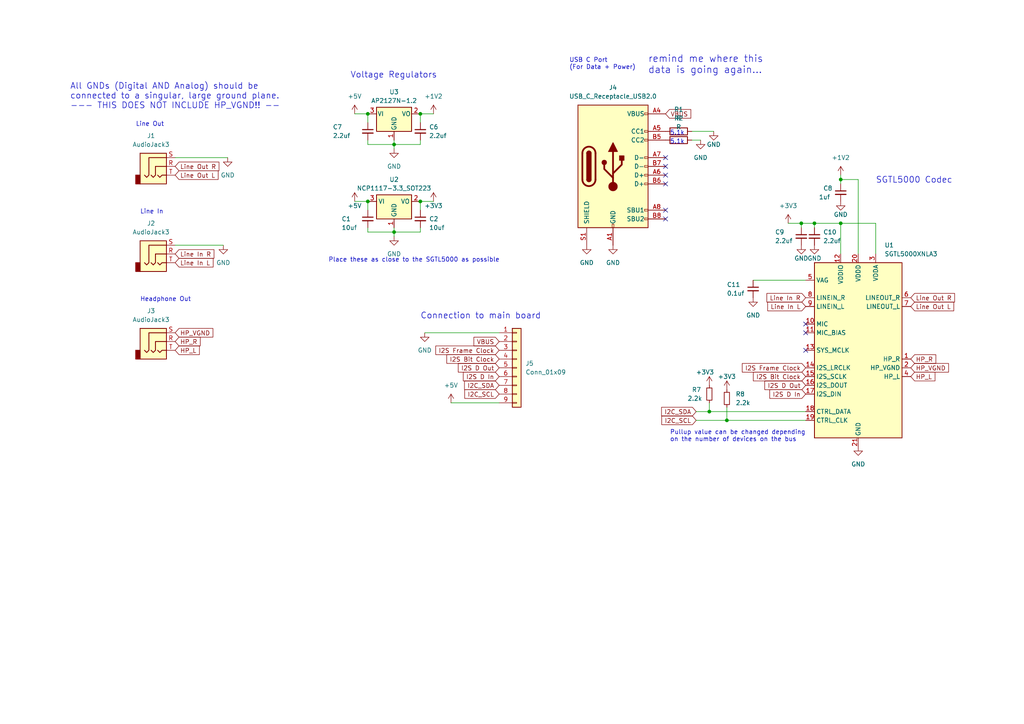
<source format=kicad_sch>
(kicad_sch (version 20230121) (generator eeschema)

  (uuid efee3861-08c8-4ee5-870a-4ef6b30a8ea3)

  (paper "A4")

  (title_block
    (title "Audio and Power Daughterboard")
  )

  (lib_symbols
    (symbol "Audio:SGTL5000XNLA3" (in_bom yes) (on_board yes)
      (property "Reference" "U" (at 0 0 0)
        (effects (font (size 1.27 1.27)))
      )
      (property "Value" "SGTL5000XNLA3" (at -5.08 -27.94 0)
        (effects (font (size 1.27 1.27)))
      )
      (property "Footprint" "Package_DFN_QFN:QFN-20-1EP_3x3mm_P0.4mm_EP1.65x1.65mm" (at 0 0 0)
        (effects (font (size 1.27 1.27)) hide)
      )
      (property "Datasheet" "https://www.nxp.com/docs/en/data-sheet/SGTL5000.pdf" (at 0 0 0)
        (effects (font (size 1.27 1.27)) hide)
      )
      (property "ki_keywords" "Codec" (at 0 0 0)
        (effects (font (size 1.27 1.27)) hide)
      )
      (property "ki_description" "Low Power Stereo Codec with Headphone Amp, QFN-20" (at 0 0 0)
        (effects (font (size 1.27 1.27)) hide)
      )
      (property "ki_fp_filters" "QFN*1EP*3x3mm*P0.4mm*" (at 0 0 0)
        (effects (font (size 1.27 1.27)) hide)
      )
      (symbol "SGTL5000XNLA3_0_1"
        (rectangle (start -12.7 25.4) (end 12.7 -25.4)
          (stroke (width 0.254) (type default))
          (fill (type background))
        )
      )
      (symbol "SGTL5000XNLA3_1_1"
        (pin output line (at 15.24 -2.54 180) (length 2.54)
          (name "HP_R" (effects (font (size 1.27 1.27))))
          (number "1" (effects (font (size 1.27 1.27))))
        )
        (pin input line (at -15.24 7.62 0) (length 2.54)
          (name "MIC" (effects (font (size 1.27 1.27))))
          (number "10" (effects (font (size 1.27 1.27))))
        )
        (pin input line (at -15.24 5.08 0) (length 2.54)
          (name "MIC_BIAS" (effects (font (size 1.27 1.27))))
          (number "11" (effects (font (size 1.27 1.27))))
        )
        (pin power_in line (at -5.08 27.94 270) (length 2.54)
          (name "VDDIO" (effects (font (size 1.27 1.27))))
          (number "12" (effects (font (size 1.27 1.27))))
        )
        (pin input line (at -15.24 0 0) (length 2.54)
          (name "SYS_MCLK" (effects (font (size 1.27 1.27))))
          (number "13" (effects (font (size 1.27 1.27))))
        )
        (pin input line (at -15.24 -5.08 0) (length 2.54)
          (name "I2S_LRCLK" (effects (font (size 1.27 1.27))))
          (number "14" (effects (font (size 1.27 1.27))))
        )
        (pin input line (at -15.24 -7.62 0) (length 2.54)
          (name "I2S_SCLK" (effects (font (size 1.27 1.27))))
          (number "15" (effects (font (size 1.27 1.27))))
        )
        (pin output line (at -15.24 -10.16 0) (length 2.54)
          (name "I2S_DOUT" (effects (font (size 1.27 1.27))))
          (number "16" (effects (font (size 1.27 1.27))))
        )
        (pin input line (at -15.24 -12.7 0) (length 2.54)
          (name "I2S_DIN" (effects (font (size 1.27 1.27))))
          (number "17" (effects (font (size 1.27 1.27))))
        )
        (pin input line (at -15.24 -17.78 0) (length 2.54)
          (name "CTRL_DATA" (effects (font (size 1.27 1.27))))
          (number "18" (effects (font (size 1.27 1.27))))
        )
        (pin input line (at -15.24 -20.32 0) (length 2.54)
          (name "CTRL_CLK" (effects (font (size 1.27 1.27))))
          (number "19" (effects (font (size 1.27 1.27))))
        )
        (pin power_out line (at 15.24 -5.08 180) (length 2.54)
          (name "HP_VGND" (effects (font (size 1.27 1.27))))
          (number "2" (effects (font (size 1.27 1.27))))
        )
        (pin power_in line (at 0 27.94 270) (length 2.54)
          (name "VDDD" (effects (font (size 1.27 1.27))))
          (number "20" (effects (font (size 1.27 1.27))))
        )
        (pin power_in line (at 0 -27.94 90) (length 2.54)
          (name "GND" (effects (font (size 1.27 1.27))))
          (number "21" (effects (font (size 1.27 1.27))))
        )
        (pin power_in line (at 5.08 27.94 270) (length 2.54)
          (name "VDDA" (effects (font (size 1.27 1.27))))
          (number "3" (effects (font (size 1.27 1.27))))
        )
        (pin output line (at 15.24 -7.62 180) (length 2.54)
          (name "HP_L" (effects (font (size 1.27 1.27))))
          (number "4" (effects (font (size 1.27 1.27))))
        )
        (pin passive line (at -15.24 20.32 0) (length 2.54)
          (name "VAG" (effects (font (size 1.27 1.27))))
          (number "5" (effects (font (size 1.27 1.27))))
        )
        (pin output line (at 15.24 15.24 180) (length 2.54)
          (name "LINEOUT_R" (effects (font (size 1.27 1.27))))
          (number "6" (effects (font (size 1.27 1.27))))
        )
        (pin output line (at 15.24 12.7 180) (length 2.54)
          (name "LINEOUT_L" (effects (font (size 1.27 1.27))))
          (number "7" (effects (font (size 1.27 1.27))))
        )
        (pin input line (at -15.24 15.24 0) (length 2.54)
          (name "LINEIN_R" (effects (font (size 1.27 1.27))))
          (number "8" (effects (font (size 1.27 1.27))))
        )
        (pin input line (at -15.24 12.7 0) (length 2.54)
          (name "LINEIN_L" (effects (font (size 1.27 1.27))))
          (number "9" (effects (font (size 1.27 1.27))))
        )
      )
    )
    (symbol "Connector:USB_C_Receptacle_USB2.0" (pin_names (offset 1.016)) (in_bom yes) (on_board yes)
      (property "Reference" "J" (at -10.16 19.05 0)
        (effects (font (size 1.27 1.27)) (justify left))
      )
      (property "Value" "USB_C_Receptacle_USB2.0" (at 19.05 19.05 0)
        (effects (font (size 1.27 1.27)) (justify right))
      )
      (property "Footprint" "" (at 3.81 0 0)
        (effects (font (size 1.27 1.27)) hide)
      )
      (property "Datasheet" "https://www.usb.org/sites/default/files/documents/usb_type-c.zip" (at 3.81 0 0)
        (effects (font (size 1.27 1.27)) hide)
      )
      (property "ki_keywords" "usb universal serial bus type-C USB2.0" (at 0 0 0)
        (effects (font (size 1.27 1.27)) hide)
      )
      (property "ki_description" "USB 2.0-only Type-C Receptacle connector" (at 0 0 0)
        (effects (font (size 1.27 1.27)) hide)
      )
      (property "ki_fp_filters" "USB*C*Receptacle*" (at 0 0 0)
        (effects (font (size 1.27 1.27)) hide)
      )
      (symbol "USB_C_Receptacle_USB2.0_0_0"
        (rectangle (start -0.254 -17.78) (end 0.254 -16.764)
          (stroke (width 0) (type default))
          (fill (type none))
        )
        (rectangle (start 10.16 -14.986) (end 9.144 -15.494)
          (stroke (width 0) (type default))
          (fill (type none))
        )
        (rectangle (start 10.16 -12.446) (end 9.144 -12.954)
          (stroke (width 0) (type default))
          (fill (type none))
        )
        (rectangle (start 10.16 -4.826) (end 9.144 -5.334)
          (stroke (width 0) (type default))
          (fill (type none))
        )
        (rectangle (start 10.16 -2.286) (end 9.144 -2.794)
          (stroke (width 0) (type default))
          (fill (type none))
        )
        (rectangle (start 10.16 0.254) (end 9.144 -0.254)
          (stroke (width 0) (type default))
          (fill (type none))
        )
        (rectangle (start 10.16 2.794) (end 9.144 2.286)
          (stroke (width 0) (type default))
          (fill (type none))
        )
        (rectangle (start 10.16 7.874) (end 9.144 7.366)
          (stroke (width 0) (type default))
          (fill (type none))
        )
        (rectangle (start 10.16 10.414) (end 9.144 9.906)
          (stroke (width 0) (type default))
          (fill (type none))
        )
        (rectangle (start 10.16 15.494) (end 9.144 14.986)
          (stroke (width 0) (type default))
          (fill (type none))
        )
      )
      (symbol "USB_C_Receptacle_USB2.0_0_1"
        (rectangle (start -10.16 17.78) (end 10.16 -17.78)
          (stroke (width 0.254) (type default))
          (fill (type background))
        )
        (arc (start -8.89 -3.81) (mid -6.985 -5.7067) (end -5.08 -3.81)
          (stroke (width 0.508) (type default))
          (fill (type none))
        )
        (arc (start -7.62 -3.81) (mid -6.985 -4.4423) (end -6.35 -3.81)
          (stroke (width 0.254) (type default))
          (fill (type none))
        )
        (arc (start -7.62 -3.81) (mid -6.985 -4.4423) (end -6.35 -3.81)
          (stroke (width 0.254) (type default))
          (fill (type outline))
        )
        (rectangle (start -7.62 -3.81) (end -6.35 3.81)
          (stroke (width 0.254) (type default))
          (fill (type outline))
        )
        (arc (start -6.35 3.81) (mid -6.985 4.4423) (end -7.62 3.81)
          (stroke (width 0.254) (type default))
          (fill (type none))
        )
        (arc (start -6.35 3.81) (mid -6.985 4.4423) (end -7.62 3.81)
          (stroke (width 0.254) (type default))
          (fill (type outline))
        )
        (arc (start -5.08 3.81) (mid -6.985 5.7067) (end -8.89 3.81)
          (stroke (width 0.508) (type default))
          (fill (type none))
        )
        (circle (center -2.54 1.143) (radius 0.635)
          (stroke (width 0.254) (type default))
          (fill (type outline))
        )
        (circle (center 0 -5.842) (radius 1.27)
          (stroke (width 0) (type default))
          (fill (type outline))
        )
        (polyline
          (pts
            (xy -8.89 -3.81)
            (xy -8.89 3.81)
          )
          (stroke (width 0.508) (type default))
          (fill (type none))
        )
        (polyline
          (pts
            (xy -5.08 3.81)
            (xy -5.08 -3.81)
          )
          (stroke (width 0.508) (type default))
          (fill (type none))
        )
        (polyline
          (pts
            (xy 0 -5.842)
            (xy 0 4.318)
          )
          (stroke (width 0.508) (type default))
          (fill (type none))
        )
        (polyline
          (pts
            (xy 0 -3.302)
            (xy -2.54 -0.762)
            (xy -2.54 0.508)
          )
          (stroke (width 0.508) (type default))
          (fill (type none))
        )
        (polyline
          (pts
            (xy 0 -2.032)
            (xy 2.54 0.508)
            (xy 2.54 1.778)
          )
          (stroke (width 0.508) (type default))
          (fill (type none))
        )
        (polyline
          (pts
            (xy -1.27 4.318)
            (xy 0 6.858)
            (xy 1.27 4.318)
            (xy -1.27 4.318)
          )
          (stroke (width 0.254) (type default))
          (fill (type outline))
        )
        (rectangle (start 1.905 1.778) (end 3.175 3.048)
          (stroke (width 0.254) (type default))
          (fill (type outline))
        )
      )
      (symbol "USB_C_Receptacle_USB2.0_1_1"
        (pin passive line (at 0 -22.86 90) (length 5.08)
          (name "GND" (effects (font (size 1.27 1.27))))
          (number "A1" (effects (font (size 1.27 1.27))))
        )
        (pin passive line (at 0 -22.86 90) (length 5.08) hide
          (name "GND" (effects (font (size 1.27 1.27))))
          (number "A12" (effects (font (size 1.27 1.27))))
        )
        (pin passive line (at 15.24 15.24 180) (length 5.08)
          (name "VBUS" (effects (font (size 1.27 1.27))))
          (number "A4" (effects (font (size 1.27 1.27))))
        )
        (pin bidirectional line (at 15.24 10.16 180) (length 5.08)
          (name "CC1" (effects (font (size 1.27 1.27))))
          (number "A5" (effects (font (size 1.27 1.27))))
        )
        (pin bidirectional line (at 15.24 -2.54 180) (length 5.08)
          (name "D+" (effects (font (size 1.27 1.27))))
          (number "A6" (effects (font (size 1.27 1.27))))
        )
        (pin bidirectional line (at 15.24 2.54 180) (length 5.08)
          (name "D-" (effects (font (size 1.27 1.27))))
          (number "A7" (effects (font (size 1.27 1.27))))
        )
        (pin bidirectional line (at 15.24 -12.7 180) (length 5.08)
          (name "SBU1" (effects (font (size 1.27 1.27))))
          (number "A8" (effects (font (size 1.27 1.27))))
        )
        (pin passive line (at 15.24 15.24 180) (length 5.08) hide
          (name "VBUS" (effects (font (size 1.27 1.27))))
          (number "A9" (effects (font (size 1.27 1.27))))
        )
        (pin passive line (at 0 -22.86 90) (length 5.08) hide
          (name "GND" (effects (font (size 1.27 1.27))))
          (number "B1" (effects (font (size 1.27 1.27))))
        )
        (pin passive line (at 0 -22.86 90) (length 5.08) hide
          (name "GND" (effects (font (size 1.27 1.27))))
          (number "B12" (effects (font (size 1.27 1.27))))
        )
        (pin passive line (at 15.24 15.24 180) (length 5.08) hide
          (name "VBUS" (effects (font (size 1.27 1.27))))
          (number "B4" (effects (font (size 1.27 1.27))))
        )
        (pin bidirectional line (at 15.24 7.62 180) (length 5.08)
          (name "CC2" (effects (font (size 1.27 1.27))))
          (number "B5" (effects (font (size 1.27 1.27))))
        )
        (pin bidirectional line (at 15.24 -5.08 180) (length 5.08)
          (name "D+" (effects (font (size 1.27 1.27))))
          (number "B6" (effects (font (size 1.27 1.27))))
        )
        (pin bidirectional line (at 15.24 0 180) (length 5.08)
          (name "D-" (effects (font (size 1.27 1.27))))
          (number "B7" (effects (font (size 1.27 1.27))))
        )
        (pin bidirectional line (at 15.24 -15.24 180) (length 5.08)
          (name "SBU2" (effects (font (size 1.27 1.27))))
          (number "B8" (effects (font (size 1.27 1.27))))
        )
        (pin passive line (at 15.24 15.24 180) (length 5.08) hide
          (name "VBUS" (effects (font (size 1.27 1.27))))
          (number "B9" (effects (font (size 1.27 1.27))))
        )
        (pin passive line (at -7.62 -22.86 90) (length 5.08)
          (name "SHIELD" (effects (font (size 1.27 1.27))))
          (number "S1" (effects (font (size 1.27 1.27))))
        )
      )
    )
    (symbol "Connector_Audio:AudioJack3" (in_bom yes) (on_board yes)
      (property "Reference" "J" (at 0 8.89 0)
        (effects (font (size 1.27 1.27)))
      )
      (property "Value" "AudioJack3" (at 0 6.35 0)
        (effects (font (size 1.27 1.27)))
      )
      (property "Footprint" "" (at 0 0 0)
        (effects (font (size 1.27 1.27)) hide)
      )
      (property "Datasheet" "~" (at 0 0 0)
        (effects (font (size 1.27 1.27)) hide)
      )
      (property "ki_keywords" "audio jack receptacle stereo headphones phones TRS connector" (at 0 0 0)
        (effects (font (size 1.27 1.27)) hide)
      )
      (property "ki_description" "Audio Jack, 3 Poles (Stereo / TRS)" (at 0 0 0)
        (effects (font (size 1.27 1.27)) hide)
      )
      (property "ki_fp_filters" "Jack*" (at 0 0 0)
        (effects (font (size 1.27 1.27)) hide)
      )
      (symbol "AudioJack3_0_1"
        (rectangle (start -5.08 -5.08) (end -6.35 -2.54)
          (stroke (width 0.254) (type default))
          (fill (type outline))
        )
        (polyline
          (pts
            (xy 0 -2.54)
            (xy 0.635 -3.175)
            (xy 1.27 -2.54)
            (xy 2.54 -2.54)
          )
          (stroke (width 0.254) (type default))
          (fill (type none))
        )
        (polyline
          (pts
            (xy -1.905 -2.54)
            (xy -1.27 -3.175)
            (xy -0.635 -2.54)
            (xy -0.635 0)
            (xy 2.54 0)
          )
          (stroke (width 0.254) (type default))
          (fill (type none))
        )
        (polyline
          (pts
            (xy 2.54 2.54)
            (xy -2.54 2.54)
            (xy -2.54 -2.54)
            (xy -3.175 -3.175)
            (xy -3.81 -2.54)
          )
          (stroke (width 0.254) (type default))
          (fill (type none))
        )
        (rectangle (start 2.54 3.81) (end -5.08 -5.08)
          (stroke (width 0.254) (type default))
          (fill (type background))
        )
      )
      (symbol "AudioJack3_1_1"
        (pin passive line (at 5.08 0 180) (length 2.54)
          (name "~" (effects (font (size 1.27 1.27))))
          (number "R" (effects (font (size 1.27 1.27))))
        )
        (pin passive line (at 5.08 2.54 180) (length 2.54)
          (name "~" (effects (font (size 1.27 1.27))))
          (number "S" (effects (font (size 1.27 1.27))))
        )
        (pin passive line (at 5.08 -2.54 180) (length 2.54)
          (name "~" (effects (font (size 1.27 1.27))))
          (number "T" (effects (font (size 1.27 1.27))))
        )
      )
    )
    (symbol "Connector_Generic:Conn_01x09" (pin_names (offset 1.016) hide) (in_bom yes) (on_board yes)
      (property "Reference" "J" (at 0 12.7 0)
        (effects (font (size 1.27 1.27)))
      )
      (property "Value" "Conn_01x09" (at 0 -12.7 0)
        (effects (font (size 1.27 1.27)))
      )
      (property "Footprint" "" (at 0 0 0)
        (effects (font (size 1.27 1.27)) hide)
      )
      (property "Datasheet" "~" (at 0 0 0)
        (effects (font (size 1.27 1.27)) hide)
      )
      (property "ki_keywords" "connector" (at 0 0 0)
        (effects (font (size 1.27 1.27)) hide)
      )
      (property "ki_description" "Generic connector, single row, 01x09, script generated (kicad-library-utils/schlib/autogen/connector/)" (at 0 0 0)
        (effects (font (size 1.27 1.27)) hide)
      )
      (property "ki_fp_filters" "Connector*:*_1x??_*" (at 0 0 0)
        (effects (font (size 1.27 1.27)) hide)
      )
      (symbol "Conn_01x09_1_1"
        (rectangle (start -1.27 -10.033) (end 0 -10.287)
          (stroke (width 0.1524) (type default))
          (fill (type none))
        )
        (rectangle (start -1.27 -7.493) (end 0 -7.747)
          (stroke (width 0.1524) (type default))
          (fill (type none))
        )
        (rectangle (start -1.27 -4.953) (end 0 -5.207)
          (stroke (width 0.1524) (type default))
          (fill (type none))
        )
        (rectangle (start -1.27 -2.413) (end 0 -2.667)
          (stroke (width 0.1524) (type default))
          (fill (type none))
        )
        (rectangle (start -1.27 0.127) (end 0 -0.127)
          (stroke (width 0.1524) (type default))
          (fill (type none))
        )
        (rectangle (start -1.27 2.667) (end 0 2.413)
          (stroke (width 0.1524) (type default))
          (fill (type none))
        )
        (rectangle (start -1.27 5.207) (end 0 4.953)
          (stroke (width 0.1524) (type default))
          (fill (type none))
        )
        (rectangle (start -1.27 7.747) (end 0 7.493)
          (stroke (width 0.1524) (type default))
          (fill (type none))
        )
        (rectangle (start -1.27 10.287) (end 0 10.033)
          (stroke (width 0.1524) (type default))
          (fill (type none))
        )
        (rectangle (start -1.27 11.43) (end 1.27 -11.43)
          (stroke (width 0.254) (type default))
          (fill (type background))
        )
        (pin passive line (at -5.08 10.16 0) (length 3.81)
          (name "Pin_1" (effects (font (size 1.27 1.27))))
          (number "1" (effects (font (size 1.27 1.27))))
        )
        (pin passive line (at -5.08 7.62 0) (length 3.81)
          (name "Pin_2" (effects (font (size 1.27 1.27))))
          (number "2" (effects (font (size 1.27 1.27))))
        )
        (pin passive line (at -5.08 5.08 0) (length 3.81)
          (name "Pin_3" (effects (font (size 1.27 1.27))))
          (number "3" (effects (font (size 1.27 1.27))))
        )
        (pin passive line (at -5.08 2.54 0) (length 3.81)
          (name "Pin_4" (effects (font (size 1.27 1.27))))
          (number "4" (effects (font (size 1.27 1.27))))
        )
        (pin passive line (at -5.08 0 0) (length 3.81)
          (name "Pin_5" (effects (font (size 1.27 1.27))))
          (number "5" (effects (font (size 1.27 1.27))))
        )
        (pin passive line (at -5.08 -2.54 0) (length 3.81)
          (name "Pin_6" (effects (font (size 1.27 1.27))))
          (number "6" (effects (font (size 1.27 1.27))))
        )
        (pin passive line (at -5.08 -5.08 0) (length 3.81)
          (name "Pin_7" (effects (font (size 1.27 1.27))))
          (number "7" (effects (font (size 1.27 1.27))))
        )
        (pin passive line (at -5.08 -7.62 0) (length 3.81)
          (name "Pin_8" (effects (font (size 1.27 1.27))))
          (number "8" (effects (font (size 1.27 1.27))))
        )
        (pin passive line (at -5.08 -10.16 0) (length 3.81)
          (name "Pin_9" (effects (font (size 1.27 1.27))))
          (number "9" (effects (font (size 1.27 1.27))))
        )
      )
    )
    (symbol "Device:C_Small" (pin_numbers hide) (pin_names (offset 0.254) hide) (in_bom yes) (on_board yes)
      (property "Reference" "C" (at 0.254 1.778 0)
        (effects (font (size 1.27 1.27)) (justify left))
      )
      (property "Value" "C_Small" (at 0.254 -2.032 0)
        (effects (font (size 1.27 1.27)) (justify left))
      )
      (property "Footprint" "" (at 0 0 0)
        (effects (font (size 1.27 1.27)) hide)
      )
      (property "Datasheet" "~" (at 0 0 0)
        (effects (font (size 1.27 1.27)) hide)
      )
      (property "ki_keywords" "capacitor cap" (at 0 0 0)
        (effects (font (size 1.27 1.27)) hide)
      )
      (property "ki_description" "Unpolarized capacitor, small symbol" (at 0 0 0)
        (effects (font (size 1.27 1.27)) hide)
      )
      (property "ki_fp_filters" "C_*" (at 0 0 0)
        (effects (font (size 1.27 1.27)) hide)
      )
      (symbol "C_Small_0_1"
        (polyline
          (pts
            (xy -1.524 -0.508)
            (xy 1.524 -0.508)
          )
          (stroke (width 0.3302) (type default))
          (fill (type none))
        )
        (polyline
          (pts
            (xy -1.524 0.508)
            (xy 1.524 0.508)
          )
          (stroke (width 0.3048) (type default))
          (fill (type none))
        )
      )
      (symbol "C_Small_1_1"
        (pin passive line (at 0 2.54 270) (length 2.032)
          (name "~" (effects (font (size 1.27 1.27))))
          (number "1" (effects (font (size 1.27 1.27))))
        )
        (pin passive line (at 0 -2.54 90) (length 2.032)
          (name "~" (effects (font (size 1.27 1.27))))
          (number "2" (effects (font (size 1.27 1.27))))
        )
      )
    )
    (symbol "Device:R" (pin_numbers hide) (pin_names (offset 0)) (in_bom yes) (on_board yes)
      (property "Reference" "R" (at 2.032 0 90)
        (effects (font (size 1.27 1.27)))
      )
      (property "Value" "R" (at 0 0 90)
        (effects (font (size 1.27 1.27)))
      )
      (property "Footprint" "" (at -1.778 0 90)
        (effects (font (size 1.27 1.27)) hide)
      )
      (property "Datasheet" "~" (at 0 0 0)
        (effects (font (size 1.27 1.27)) hide)
      )
      (property "ki_keywords" "R res resistor" (at 0 0 0)
        (effects (font (size 1.27 1.27)) hide)
      )
      (property "ki_description" "Resistor" (at 0 0 0)
        (effects (font (size 1.27 1.27)) hide)
      )
      (property "ki_fp_filters" "R_*" (at 0 0 0)
        (effects (font (size 1.27 1.27)) hide)
      )
      (symbol "R_0_1"
        (rectangle (start -1.016 -2.54) (end 1.016 2.54)
          (stroke (width 0.254) (type default))
          (fill (type none))
        )
      )
      (symbol "R_1_1"
        (pin passive line (at 0 3.81 270) (length 1.27)
          (name "~" (effects (font (size 1.27 1.27))))
          (number "1" (effects (font (size 1.27 1.27))))
        )
        (pin passive line (at 0 -3.81 90) (length 1.27)
          (name "~" (effects (font (size 1.27 1.27))))
          (number "2" (effects (font (size 1.27 1.27))))
        )
      )
    )
    (symbol "Device:R_Small" (pin_numbers hide) (pin_names (offset 0.254) hide) (in_bom yes) (on_board yes)
      (property "Reference" "R" (at 0.762 0.508 0)
        (effects (font (size 1.27 1.27)) (justify left))
      )
      (property "Value" "R_Small" (at 0.762 -1.016 0)
        (effects (font (size 1.27 1.27)) (justify left))
      )
      (property "Footprint" "" (at 0 0 0)
        (effects (font (size 1.27 1.27)) hide)
      )
      (property "Datasheet" "~" (at 0 0 0)
        (effects (font (size 1.27 1.27)) hide)
      )
      (property "ki_keywords" "R resistor" (at 0 0 0)
        (effects (font (size 1.27 1.27)) hide)
      )
      (property "ki_description" "Resistor, small symbol" (at 0 0 0)
        (effects (font (size 1.27 1.27)) hide)
      )
      (property "ki_fp_filters" "R_*" (at 0 0 0)
        (effects (font (size 1.27 1.27)) hide)
      )
      (symbol "R_Small_0_1"
        (rectangle (start -0.762 1.778) (end 0.762 -1.778)
          (stroke (width 0.2032) (type default))
          (fill (type none))
        )
      )
      (symbol "R_Small_1_1"
        (pin passive line (at 0 2.54 270) (length 0.762)
          (name "~" (effects (font (size 1.27 1.27))))
          (number "1" (effects (font (size 1.27 1.27))))
        )
        (pin passive line (at 0 -2.54 90) (length 0.762)
          (name "~" (effects (font (size 1.27 1.27))))
          (number "2" (effects (font (size 1.27 1.27))))
        )
      )
    )
    (symbol "Regulator_Linear:AP2127N-1.2" (pin_names (offset 0.254)) (in_bom yes) (on_board yes)
      (property "Reference" "U" (at -3.81 3.175 0)
        (effects (font (size 1.27 1.27)))
      )
      (property "Value" "AP2127N-1.2" (at 0 3.175 0)
        (effects (font (size 1.27 1.27)) (justify left))
      )
      (property "Footprint" "Package_TO_SOT_SMD:SOT-23" (at 0 5.715 0)
        (effects (font (size 1.27 1.27) italic) hide)
      )
      (property "Datasheet" "https://www.diodes.com/assets/Datasheets/AP2127.pdf" (at 0 0 0)
        (effects (font (size 1.27 1.27)) hide)
      )
      (property "ki_keywords" "linear regulator ldo fixed positive" (at 0 0 0)
        (effects (font (size 1.27 1.27)) hide)
      )
      (property "ki_description" "300mA low dropout linear regulator, shutdown pin, 2.5V-6V input voltage, 1.2V fixed positive output, SOT-23 package" (at 0 0 0)
        (effects (font (size 1.27 1.27)) hide)
      )
      (property "ki_fp_filters" "SOT?23*" (at 0 0 0)
        (effects (font (size 1.27 1.27)) hide)
      )
      (symbol "AP2127N-1.2_0_1"
        (rectangle (start -5.08 1.905) (end 5.08 -5.08)
          (stroke (width 0.254) (type default))
          (fill (type background))
        )
      )
      (symbol "AP2127N-1.2_1_1"
        (pin power_in line (at 0 -7.62 90) (length 2.54)
          (name "GND" (effects (font (size 1.27 1.27))))
          (number "1" (effects (font (size 1.27 1.27))))
        )
        (pin power_out line (at 7.62 0 180) (length 2.54)
          (name "VO" (effects (font (size 1.27 1.27))))
          (number "2" (effects (font (size 1.27 1.27))))
        )
        (pin power_in line (at -7.62 0 0) (length 2.54)
          (name "VI" (effects (font (size 1.27 1.27))))
          (number "3" (effects (font (size 1.27 1.27))))
        )
      )
    )
    (symbol "Regulator_Linear:NCP1117-3.3_SOT223" (in_bom yes) (on_board yes)
      (property "Reference" "U" (at -3.81 3.175 0)
        (effects (font (size 1.27 1.27)))
      )
      (property "Value" "NCP1117-3.3_SOT223" (at 0 3.175 0)
        (effects (font (size 1.27 1.27)) (justify left))
      )
      (property "Footprint" "Package_TO_SOT_SMD:SOT-223-3_TabPin2" (at 0 5.08 0)
        (effects (font (size 1.27 1.27)) hide)
      )
      (property "Datasheet" "http://www.onsemi.com/pub_link/Collateral/NCP1117-D.PDF" (at 2.54 -6.35 0)
        (effects (font (size 1.27 1.27)) hide)
      )
      (property "ki_keywords" "REGULATOR LDO 3.3V" (at 0 0 0)
        (effects (font (size 1.27 1.27)) hide)
      )
      (property "ki_description" "1A Low drop-out regulator, Fixed Output 3.3V, SOT-223" (at 0 0 0)
        (effects (font (size 1.27 1.27)) hide)
      )
      (property "ki_fp_filters" "SOT?223*TabPin2*" (at 0 0 0)
        (effects (font (size 1.27 1.27)) hide)
      )
      (symbol "NCP1117-3.3_SOT223_0_1"
        (rectangle (start -5.08 -5.08) (end 5.08 1.905)
          (stroke (width 0.254) (type default))
          (fill (type background))
        )
      )
      (symbol "NCP1117-3.3_SOT223_1_1"
        (pin power_in line (at 0 -7.62 90) (length 2.54)
          (name "GND" (effects (font (size 1.27 1.27))))
          (number "1" (effects (font (size 1.27 1.27))))
        )
        (pin power_out line (at 7.62 0 180) (length 2.54)
          (name "VO" (effects (font (size 1.27 1.27))))
          (number "2" (effects (font (size 1.27 1.27))))
        )
        (pin power_in line (at -7.62 0 0) (length 2.54)
          (name "VI" (effects (font (size 1.27 1.27))))
          (number "3" (effects (font (size 1.27 1.27))))
        )
      )
    )
    (symbol "power:+1V2" (power) (pin_names (offset 0)) (in_bom yes) (on_board yes)
      (property "Reference" "#PWR" (at 0 -3.81 0)
        (effects (font (size 1.27 1.27)) hide)
      )
      (property "Value" "+1V2" (at 0 3.556 0)
        (effects (font (size 1.27 1.27)))
      )
      (property "Footprint" "" (at 0 0 0)
        (effects (font (size 1.27 1.27)) hide)
      )
      (property "Datasheet" "" (at 0 0 0)
        (effects (font (size 1.27 1.27)) hide)
      )
      (property "ki_keywords" "global power" (at 0 0 0)
        (effects (font (size 1.27 1.27)) hide)
      )
      (property "ki_description" "Power symbol creates a global label with name \"+1V2\"" (at 0 0 0)
        (effects (font (size 1.27 1.27)) hide)
      )
      (symbol "+1V2_0_1"
        (polyline
          (pts
            (xy -0.762 1.27)
            (xy 0 2.54)
          )
          (stroke (width 0) (type default))
          (fill (type none))
        )
        (polyline
          (pts
            (xy 0 0)
            (xy 0 2.54)
          )
          (stroke (width 0) (type default))
          (fill (type none))
        )
        (polyline
          (pts
            (xy 0 2.54)
            (xy 0.762 1.27)
          )
          (stroke (width 0) (type default))
          (fill (type none))
        )
      )
      (symbol "+1V2_1_1"
        (pin power_in line (at 0 0 90) (length 0) hide
          (name "+1V2" (effects (font (size 1.27 1.27))))
          (number "1" (effects (font (size 1.27 1.27))))
        )
      )
    )
    (symbol "power:+3V3" (power) (pin_names (offset 0)) (in_bom yes) (on_board yes)
      (property "Reference" "#PWR" (at 0 -3.81 0)
        (effects (font (size 1.27 1.27)) hide)
      )
      (property "Value" "+3V3" (at 0 3.556 0)
        (effects (font (size 1.27 1.27)))
      )
      (property "Footprint" "" (at 0 0 0)
        (effects (font (size 1.27 1.27)) hide)
      )
      (property "Datasheet" "" (at 0 0 0)
        (effects (font (size 1.27 1.27)) hide)
      )
      (property "ki_keywords" "global power" (at 0 0 0)
        (effects (font (size 1.27 1.27)) hide)
      )
      (property "ki_description" "Power symbol creates a global label with name \"+3V3\"" (at 0 0 0)
        (effects (font (size 1.27 1.27)) hide)
      )
      (symbol "+3V3_0_1"
        (polyline
          (pts
            (xy -0.762 1.27)
            (xy 0 2.54)
          )
          (stroke (width 0) (type default))
          (fill (type none))
        )
        (polyline
          (pts
            (xy 0 0)
            (xy 0 2.54)
          )
          (stroke (width 0) (type default))
          (fill (type none))
        )
        (polyline
          (pts
            (xy 0 2.54)
            (xy 0.762 1.27)
          )
          (stroke (width 0) (type default))
          (fill (type none))
        )
      )
      (symbol "+3V3_1_1"
        (pin power_in line (at 0 0 90) (length 0) hide
          (name "+3V3" (effects (font (size 1.27 1.27))))
          (number "1" (effects (font (size 1.27 1.27))))
        )
      )
    )
    (symbol "power:+5V" (power) (pin_names (offset 0)) (in_bom yes) (on_board yes)
      (property "Reference" "#PWR" (at 0 -3.81 0)
        (effects (font (size 1.27 1.27)) hide)
      )
      (property "Value" "+5V" (at 0 3.556 0)
        (effects (font (size 1.27 1.27)))
      )
      (property "Footprint" "" (at 0 0 0)
        (effects (font (size 1.27 1.27)) hide)
      )
      (property "Datasheet" "" (at 0 0 0)
        (effects (font (size 1.27 1.27)) hide)
      )
      (property "ki_keywords" "global power" (at 0 0 0)
        (effects (font (size 1.27 1.27)) hide)
      )
      (property "ki_description" "Power symbol creates a global label with name \"+5V\"" (at 0 0 0)
        (effects (font (size 1.27 1.27)) hide)
      )
      (symbol "+5V_0_1"
        (polyline
          (pts
            (xy -0.762 1.27)
            (xy 0 2.54)
          )
          (stroke (width 0) (type default))
          (fill (type none))
        )
        (polyline
          (pts
            (xy 0 0)
            (xy 0 2.54)
          )
          (stroke (width 0) (type default))
          (fill (type none))
        )
        (polyline
          (pts
            (xy 0 2.54)
            (xy 0.762 1.27)
          )
          (stroke (width 0) (type default))
          (fill (type none))
        )
      )
      (symbol "+5V_1_1"
        (pin power_in line (at 0 0 90) (length 0) hide
          (name "+5V" (effects (font (size 1.27 1.27))))
          (number "1" (effects (font (size 1.27 1.27))))
        )
      )
    )
    (symbol "power:GND" (power) (pin_names (offset 0)) (in_bom yes) (on_board yes)
      (property "Reference" "#PWR" (at 0 -6.35 0)
        (effects (font (size 1.27 1.27)) hide)
      )
      (property "Value" "GND" (at 0 -3.81 0)
        (effects (font (size 1.27 1.27)))
      )
      (property "Footprint" "" (at 0 0 0)
        (effects (font (size 1.27 1.27)) hide)
      )
      (property "Datasheet" "" (at 0 0 0)
        (effects (font (size 1.27 1.27)) hide)
      )
      (property "ki_keywords" "global power" (at 0 0 0)
        (effects (font (size 1.27 1.27)) hide)
      )
      (property "ki_description" "Power symbol creates a global label with name \"GND\" , ground" (at 0 0 0)
        (effects (font (size 1.27 1.27)) hide)
      )
      (symbol "GND_0_1"
        (polyline
          (pts
            (xy 0 0)
            (xy 0 -1.27)
            (xy 1.27 -1.27)
            (xy 0 -2.54)
            (xy -1.27 -1.27)
            (xy 0 -1.27)
          )
          (stroke (width 0) (type default))
          (fill (type none))
        )
      )
      (symbol "GND_1_1"
        (pin power_in line (at 0 0 270) (length 0) hide
          (name "GND" (effects (font (size 1.27 1.27))))
          (number "1" (effects (font (size 1.27 1.27))))
        )
      )
    )
  )

  (junction (at 121.92 58.42) (diameter 0) (color 0 0 0 0)
    (uuid 1685825c-6431-443e-87f4-5d56d84f169a)
  )
  (junction (at 232.41 64.77) (diameter 0) (color 0 0 0 0)
    (uuid 27784e22-1c7c-4af5-b9bc-451162ead8e9)
  )
  (junction (at 243.84 52.07) (diameter 0) (color 0 0 0 0)
    (uuid 355927ab-cc87-4603-8e60-a558ac743bce)
  )
  (junction (at 114.3 67.31) (diameter 0) (color 0 0 0 0)
    (uuid 39e68f38-25a3-40a5-aae4-f862bf56cdf9)
  )
  (junction (at 236.22 64.77) (diameter 0) (color 0 0 0 0)
    (uuid 4cccaa86-3641-4211-b666-b7033142a879)
  )
  (junction (at 106.68 58.42) (diameter 0) (color 0 0 0 0)
    (uuid 55645d92-98fd-4cd1-bf85-ea8340fef4b3)
  )
  (junction (at 114.3 41.91) (diameter 0) (color 0 0 0 0)
    (uuid 72cecf12-de99-4d7b-bdf2-f01f8f8cd8a8)
  )
  (junction (at 205.74 119.38) (diameter 0) (color 0 0 0 0)
    (uuid 8c3bd009-d322-42fd-bea5-ca36652c2b07)
  )
  (junction (at 106.68 33.02) (diameter 0) (color 0 0 0 0)
    (uuid c408fcda-6b15-4124-b738-78b4fd65a365)
  )
  (junction (at 243.84 64.77) (diameter 0) (color 0 0 0 0)
    (uuid ecdcc2ad-d51e-4863-9cc6-07cbd48c4d51)
  )
  (junction (at 121.92 33.02) (diameter 0) (color 0 0 0 0)
    (uuid f1a292cd-4a26-4477-bec7-044ccff4b601)
  )
  (junction (at 210.82 121.92) (diameter 0) (color 0 0 0 0)
    (uuid fcd3cc4d-b977-4d9d-993a-d3c7e63b6636)
  )

  (no_connect (at 233.68 101.6) (uuid 0868da53-3e40-4044-b317-c09df7bb2858))
  (no_connect (at 233.68 96.52) (uuid 0f9029b8-dda2-47d1-a702-3632841d2061))
  (no_connect (at 193.04 60.96) (uuid 189a3e44-c27a-4438-b871-2600e6c63d5c))
  (no_connect (at 193.04 53.34) (uuid 3967a3b0-dde2-4c53-88de-43bd49d279d6))
  (no_connect (at 193.04 45.72) (uuid 6c62fd27-03f4-484f-af39-e758470eb654))
  (no_connect (at 193.04 50.8) (uuid 936c5b1e-2d1d-4c05-a65c-e4c78fe0e440))
  (no_connect (at 193.04 48.26) (uuid 99a8d044-fe7b-4bce-aa1f-19068388547b))
  (no_connect (at 233.68 93.98) (uuid e572c31f-2ceb-4eca-a3b0-043242a01182))
  (no_connect (at 193.04 63.5) (uuid f4bfdaf0-9e42-45a1-9ef0-c9a3f4d619f5))

  (wire (pts (xy 121.92 58.42) (xy 125.73 58.42))
    (stroke (width 0) (type default))
    (uuid 03d5d2e7-e4a5-42b5-a93e-8f507d4dd3a1)
  )
  (wire (pts (xy 243.84 64.77) (xy 243.84 73.66))
    (stroke (width 0) (type default))
    (uuid 0642a21c-e450-4d6f-80f2-552e78cfe7e8)
  )
  (wire (pts (xy 114.3 40.64) (xy 114.3 41.91))
    (stroke (width 0) (type default))
    (uuid 08b8ed58-acbb-4e12-946f-7b5313672a47)
  )
  (wire (pts (xy 243.84 52.07) (xy 248.92 52.07))
    (stroke (width 0) (type default))
    (uuid 0c9bccfb-897c-4aaf-bfdd-32169fe83a44)
  )
  (wire (pts (xy 243.84 52.07) (xy 243.84 53.34))
    (stroke (width 0) (type default))
    (uuid 100d2ac5-fb10-474c-bb73-c6a1dbe82861)
  )
  (wire (pts (xy 210.82 121.92) (xy 233.68 121.92))
    (stroke (width 0) (type default))
    (uuid 10b33614-e742-46a8-bf64-7313bea425ec)
  )
  (wire (pts (xy 121.92 33.02) (xy 121.92 35.56))
    (stroke (width 0) (type default))
    (uuid 11051680-d37c-455b-9414-67f7c05643ed)
  )
  (wire (pts (xy 243.84 50.8) (xy 243.84 52.07))
    (stroke (width 0) (type default))
    (uuid 14e67e5e-38df-45a7-9713-e15f9335bccf)
  )
  (wire (pts (xy 102.87 58.42) (xy 106.68 58.42))
    (stroke (width 0) (type default))
    (uuid 1bfecf4b-79c8-4360-a1bc-33facfa23e53)
  )
  (wire (pts (xy 254 73.66) (xy 254 64.77))
    (stroke (width 0) (type default))
    (uuid 2b90617b-7af3-4aa9-8114-5538ff35e6e4)
  )
  (wire (pts (xy 106.68 58.42) (xy 106.68 60.96))
    (stroke (width 0) (type default))
    (uuid 33b9509c-0191-4dff-ad5c-a906faeabb25)
  )
  (wire (pts (xy 106.68 66.04) (xy 106.68 67.31))
    (stroke (width 0) (type default))
    (uuid 39123245-1035-4c52-8d58-4b1854a3f716)
  )
  (wire (pts (xy 123.19 96.52) (xy 144.78 96.52))
    (stroke (width 0) (type default))
    (uuid 3a7b74f6-0e5e-498c-bfc4-6f1d5912c3e3)
  )
  (wire (pts (xy 130.81 116.84) (xy 144.78 116.84))
    (stroke (width 0) (type default))
    (uuid 3a9f8d6e-bedf-494e-a417-f92ffc80caf2)
  )
  (wire (pts (xy 106.68 41.91) (xy 114.3 41.91))
    (stroke (width 0) (type default))
    (uuid 3cccae67-71e1-4df2-87f5-e352eab639ca)
  )
  (wire (pts (xy 121.92 40.64) (xy 121.92 41.91))
    (stroke (width 0) (type default))
    (uuid 3ea2ab68-c239-4859-9537-9aa12e4a107d)
  )
  (wire (pts (xy 236.22 64.77) (xy 243.84 64.77))
    (stroke (width 0) (type default))
    (uuid 3f62a952-99a5-43bd-b436-53ae1a216b4b)
  )
  (wire (pts (xy 200.66 38.1) (xy 207.01 38.1))
    (stroke (width 0) (type default))
    (uuid 437faf5d-7310-4d44-9b47-47ec97674cd2)
  )
  (wire (pts (xy 232.41 64.77) (xy 236.22 64.77))
    (stroke (width 0) (type default))
    (uuid 4745254a-88b9-4f5b-aed1-c6183be5c7f5)
  )
  (wire (pts (xy 121.92 58.42) (xy 121.92 60.96))
    (stroke (width 0) (type default))
    (uuid 5aeb5468-9d52-4e68-89e1-20694c81e19e)
  )
  (wire (pts (xy 50.8 71.12) (xy 64.77 71.12))
    (stroke (width 0) (type default))
    (uuid 5b4cfde3-24cc-449f-bbbb-f4823298605a)
  )
  (wire (pts (xy 210.82 118.11) (xy 210.82 121.92))
    (stroke (width 0) (type default))
    (uuid 5cb8fb2b-3ff3-4ddb-b3e2-768cbe22f89a)
  )
  (wire (pts (xy 228.6 64.77) (xy 232.41 64.77))
    (stroke (width 0) (type default))
    (uuid 61c062d7-e616-4714-8612-bb2249383cba)
  )
  (wire (pts (xy 114.3 67.31) (xy 121.92 67.31))
    (stroke (width 0) (type default))
    (uuid 6335041d-09f4-423c-9677-0b62d72b3a91)
  )
  (wire (pts (xy 236.22 64.77) (xy 236.22 66.04))
    (stroke (width 0) (type default))
    (uuid 70cd6d5c-05e1-4298-bf0c-0a65a0c2aafd)
  )
  (wire (pts (xy 205.74 119.38) (xy 233.68 119.38))
    (stroke (width 0) (type default))
    (uuid 73e357b5-6507-40f5-b5aa-e7d4188059af)
  )
  (wire (pts (xy 106.68 67.31) (xy 114.3 67.31))
    (stroke (width 0) (type default))
    (uuid 7f0526c4-0009-4a81-8a4c-7a70ceb26b72)
  )
  (wire (pts (xy 232.41 64.77) (xy 232.41 66.04))
    (stroke (width 0) (type default))
    (uuid 816377b2-682a-4dec-88c4-34fd22b29198)
  )
  (wire (pts (xy 50.8 45.72) (xy 66.04 45.72))
    (stroke (width 0) (type default))
    (uuid 8c11f608-135d-4c81-9aac-2c1edb96635c)
  )
  (wire (pts (xy 114.3 41.91) (xy 114.3 43.18))
    (stroke (width 0) (type default))
    (uuid a30d5321-7a08-4280-88be-0e7d5cc5ef45)
  )
  (wire (pts (xy 106.68 40.64) (xy 106.68 41.91))
    (stroke (width 0) (type default))
    (uuid acf08258-bd22-43a4-a482-74071d414f40)
  )
  (wire (pts (xy 200.66 40.64) (xy 203.2 40.64))
    (stroke (width 0) (type default))
    (uuid ad369624-1a21-4f2f-b355-fddd310fa531)
  )
  (wire (pts (xy 201.93 119.38) (xy 205.74 119.38))
    (stroke (width 0) (type default))
    (uuid afeca599-641e-4fb4-bf04-57737de80f5c)
  )
  (wire (pts (xy 205.74 116.84) (xy 205.74 119.38))
    (stroke (width 0) (type default))
    (uuid b28f8a8e-df75-45e4-8831-f240acf471dd)
  )
  (wire (pts (xy 201.93 121.92) (xy 210.82 121.92))
    (stroke (width 0) (type default))
    (uuid b382de9f-e056-4dd1-ae89-e98b223802df)
  )
  (wire (pts (xy 114.3 67.31) (xy 114.3 68.58))
    (stroke (width 0) (type default))
    (uuid b5867bff-29ed-4f34-b26b-180f11cdf4b5)
  )
  (wire (pts (xy 114.3 66.04) (xy 114.3 67.31))
    (stroke (width 0) (type default))
    (uuid b611e464-3849-489d-8eb2-ab810709f2c5)
  )
  (wire (pts (xy 121.92 41.91) (xy 114.3 41.91))
    (stroke (width 0) (type default))
    (uuid c2875163-fef9-4ff1-a4de-176b6b8cf462)
  )
  (wire (pts (xy 121.92 33.02) (xy 125.73 33.02))
    (stroke (width 0) (type default))
    (uuid c7d06575-da06-4795-a2e2-f2629760d626)
  )
  (wire (pts (xy 248.92 73.66) (xy 248.92 52.07))
    (stroke (width 0) (type default))
    (uuid ca8907dd-8b25-4091-8ba3-d7ea4804bfe9)
  )
  (wire (pts (xy 254 64.77) (xy 243.84 64.77))
    (stroke (width 0) (type default))
    (uuid d5ecf67f-9cd3-4502-8003-c769701a7566)
  )
  (wire (pts (xy 121.92 66.04) (xy 121.92 67.31))
    (stroke (width 0) (type default))
    (uuid d64be8d5-cd27-4fce-9eec-7fbce0b10219)
  )
  (wire (pts (xy 102.87 33.02) (xy 106.68 33.02))
    (stroke (width 0) (type default))
    (uuid f262479d-d65f-4735-bbb8-1f9bb47ae974)
  )
  (wire (pts (xy 218.44 81.28) (xy 233.68 81.28))
    (stroke (width 0) (type default))
    (uuid f9264c62-f530-4593-a381-5db9860a47e9)
  )
  (wire (pts (xy 106.68 33.02) (xy 106.68 35.56))
    (stroke (width 0) (type default))
    (uuid fb938f39-a6fd-4d8f-ba11-83a2488a4461)
  )

  (text "Voltage Regulators" (at 101.6 22.86 0)
    (effects (font (size 1.75 1.75)) (justify left bottom))
    (uuid 068e24f1-a228-444f-9b47-6bc97bbe4f48)
  )
  (text "Pullup value can be changed depending\non the number of devices on the bus"
    (at 194.31 128.27 0)
    (effects (font (size 1.27 1.27)) (justify left bottom))
    (uuid 08c2f945-17e0-4883-95e4-9053f5f21030)
  )
  (text "5.1k" (at 194.31 41.91 0)
    (effects (font (size 1.27 1.27)) (justify left bottom))
    (uuid 171d4c7c-b5cc-406d-90e1-87b9d6879fde)
  )
  (text "remind me where this \ndata is going again..." (at 187.96 21.59 0)
    (effects (font (size 2 2)) (justify left bottom))
    (uuid 1d4c840f-ddbf-4d24-a097-ecb45f675f0f)
  )
  (text "Line In" (at 40.64 62.23 0)
    (effects (font (size 1.27 1.27)) (justify left bottom))
    (uuid 2f57c804-cc7f-4d33-aafc-7fd46e020dcd)
  )
  (text "USB C Port\n(For Data + Power)" (at 165.1 20.32 0)
    (effects (font (size 1.27 1.27)) (justify left bottom))
    (uuid 56051ca4-14ab-4cdf-9e01-936e0fa83ed4)
  )
  (text "5.1k" (at 194.31 39.37 0)
    (effects (font (size 1.27 1.27)) (justify left bottom))
    (uuid 6f6e320e-51a6-485f-bb4c-dc30a76a1ec7)
  )
  (text "Headphone Out" (at 40.64 87.63 0)
    (effects (font (size 1.27 1.27)) (justify left bottom))
    (uuid 9e036ed9-509b-4108-88c2-f9c87c597df2)
  )
  (text "Place these as close to the SGTL5000 as possible" (at 95.25 76.2 0)
    (effects (font (size 1.27 1.27)) (justify left bottom))
    (uuid d560990c-1215-498f-8613-c4485fb1507c)
  )
  (text "All GNDs (Digital AND Analog) should be\nconnected to a singular, large ground plane.\n--- THIS DOES NOT INCLUDE HP_VGND!! --"
    (at 20.32 31.75 0)
    (effects (font (size 1.75 1.75)) (justify left bottom))
    (uuid d78a856f-c274-42ec-8149-39dd3d94bb8e)
  )
  (text "SGTL5000 Codec" (at 254 53.34 0)
    (effects (font (size 1.75 1.75)) (justify left bottom))
    (uuid debf51e6-ce17-449f-be7a-5b46770923bf)
  )
  (text "Line Out" (at 39.37 36.83 0)
    (effects (font (size 1.27 1.27)) (justify left bottom))
    (uuid e14f95be-4f71-490a-b888-0194f47ad922)
  )
  (text "Connection to main board" (at 121.92 92.71 0)
    (effects (font (size 1.75 1.75)) (justify left bottom))
    (uuid fcae65d0-67ff-477a-bf05-82978b090c45)
  )

  (global_label "I2C_SCL" (shape input) (at 201.93 121.92 180) (fields_autoplaced)
    (effects (font (size 1.27 1.27)) (justify right))
    (uuid 08aac221-175e-4534-adce-63488afbdece)
    (property "Intersheetrefs" "${INTERSHEET_REFS}" (at 191.3853 121.92 0)
      (effects (font (size 1.27 1.27)) (justify right) hide)
    )
  )
  (global_label "HP_L" (shape input) (at 50.8 101.6 0) (fields_autoplaced)
    (effects (font (size 1.27 1.27)) (justify left))
    (uuid 144968c5-b2a1-4a60-9a18-a12cfe036f06)
    (property "Intersheetrefs" "${INTERSHEET_REFS}" (at 58.3814 101.6 0)
      (effects (font (size 1.27 1.27)) (justify left) hide)
    )
  )
  (global_label "I2S D Out" (shape input) (at 233.68 111.76 180) (fields_autoplaced)
    (effects (font (size 1.27 1.27)) (justify right))
    (uuid 1c82c376-7826-4ee8-b571-92e65e4b5762)
    (property "Intersheetrefs" "${INTERSHEET_REFS}" (at 221.2606 111.76 0)
      (effects (font (size 1.27 1.27)) (justify right) hide)
    )
  )
  (global_label "I2S Bit Clock" (shape input) (at 144.78 104.14 180) (fields_autoplaced)
    (effects (font (size 1.27 1.27)) (justify right))
    (uuid 1e5654cc-e779-4805-a4fa-f44e3a186dd5)
    (property "Intersheetrefs" "${INTERSHEET_REFS}" (at 129.0344 104.14 0)
      (effects (font (size 1.27 1.27)) (justify right) hide)
    )
  )
  (global_label "I2S Frame Clock" (shape input) (at 233.68 106.68 180) (fields_autoplaced)
    (effects (font (size 1.27 1.27)) (justify right))
    (uuid 3836262a-23be-4867-bc92-ecae9aa274d4)
    (property "Intersheetrefs" "${INTERSHEET_REFS}" (at 214.7292 106.68 0)
      (effects (font (size 1.27 1.27)) (justify right) hide)
    )
  )
  (global_label "I2S D Out" (shape input) (at 144.78 106.68 180) (fields_autoplaced)
    (effects (font (size 1.27 1.27)) (justify right))
    (uuid 4c712a1d-f693-40e8-a91c-8370fbe66b3d)
    (property "Intersheetrefs" "${INTERSHEET_REFS}" (at 132.3606 106.68 0)
      (effects (font (size 1.27 1.27)) (justify right) hide)
    )
  )
  (global_label "I2C_SDA" (shape input) (at 144.78 111.76 180) (fields_autoplaced)
    (effects (font (size 1.27 1.27)) (justify right))
    (uuid 5048fb9a-f181-42b8-9320-29f0e14bcb26)
    (property "Intersheetrefs" "${INTERSHEET_REFS}" (at 134.1748 111.76 0)
      (effects (font (size 1.27 1.27)) (justify right) hide)
    )
  )
  (global_label "VBUS" (shape input) (at 144.78 99.06 180) (fields_autoplaced)
    (effects (font (size 1.27 1.27)) (justify right))
    (uuid 5287d99e-f3da-473f-b7ce-ad789f534cce)
    (property "Intersheetrefs" "${INTERSHEET_REFS}" (at 136.8962 99.06 0)
      (effects (font (size 1.27 1.27)) (justify right) hide)
    )
  )
  (global_label "I2C_SDA" (shape input) (at 201.93 119.38 180) (fields_autoplaced)
    (effects (font (size 1.27 1.27)) (justify right))
    (uuid 5dfe6ce0-63c4-4b50-877d-8686cb849a44)
    (property "Intersheetrefs" "${INTERSHEET_REFS}" (at 191.3248 119.38 0)
      (effects (font (size 1.27 1.27)) (justify right) hide)
    )
  )
  (global_label "HP_R" (shape input) (at 264.16 104.14 0) (fields_autoplaced)
    (effects (font (size 1.27 1.27)) (justify left))
    (uuid 642ae4f8-ef02-46a9-922e-ca9447736537)
    (property "Intersheetrefs" "${INTERSHEET_REFS}" (at 271.9833 104.14 0)
      (effects (font (size 1.27 1.27)) (justify left) hide)
    )
  )
  (global_label "I2S D In" (shape input) (at 144.78 109.22 180) (fields_autoplaced)
    (effects (font (size 1.27 1.27)) (justify right))
    (uuid 6bc72faa-1792-4ebe-9d75-994114aef550)
    (property "Intersheetrefs" "${INTERSHEET_REFS}" (at 133.812 109.22 0)
      (effects (font (size 1.27 1.27)) (justify right) hide)
    )
  )
  (global_label "I2C_SCL" (shape input) (at 144.78 114.3 180) (fields_autoplaced)
    (effects (font (size 1.27 1.27)) (justify right))
    (uuid 6f636942-be07-4070-8f12-fb77e25ff6e1)
    (property "Intersheetrefs" "${INTERSHEET_REFS}" (at 134.2353 114.3 0)
      (effects (font (size 1.27 1.27)) (justify right) hide)
    )
  )
  (global_label "Line In L" (shape input) (at 233.68 88.9 180) (fields_autoplaced)
    (effects (font (size 1.27 1.27)) (justify right))
    (uuid 6fd3dac9-7756-45b4-8751-8c7e62bb667c)
    (property "Intersheetrefs" "${INTERSHEET_REFS}" (at 222.1072 88.9 0)
      (effects (font (size 1.27 1.27)) (justify right) hide)
    )
  )
  (global_label "HP_L" (shape input) (at 264.16 109.22 0) (fields_autoplaced)
    (effects (font (size 1.27 1.27)) (justify left))
    (uuid 7e29dc49-0a92-4784-9075-72b037b8585d)
    (property "Intersheetrefs" "${INTERSHEET_REFS}" (at 271.7414 109.22 0)
      (effects (font (size 1.27 1.27)) (justify left) hide)
    )
  )
  (global_label "I2S Bit Clock" (shape input) (at 233.68 109.22 180) (fields_autoplaced)
    (effects (font (size 1.27 1.27)) (justify right))
    (uuid 87fc6d3d-588e-45b7-be2d-afccce6e371a)
    (property "Intersheetrefs" "${INTERSHEET_REFS}" (at 217.9344 109.22 0)
      (effects (font (size 1.27 1.27)) (justify right) hide)
    )
  )
  (global_label "Line In R" (shape input) (at 233.68 86.36 180) (fields_autoplaced)
    (effects (font (size 1.27 1.27)) (justify right))
    (uuid 8cc9a49e-21c9-4f67-a98f-cf69877b949d)
    (property "Intersheetrefs" "${INTERSHEET_REFS}" (at 221.8653 86.36 0)
      (effects (font (size 1.27 1.27)) (justify right) hide)
    )
  )
  (global_label "Line Out R" (shape input) (at 264.16 86.36 0) (fields_autoplaced)
    (effects (font (size 1.27 1.27)) (justify left))
    (uuid 95bcda9d-3983-4790-9418-0b973a50fde9)
    (property "Intersheetrefs" "${INTERSHEET_REFS}" (at 277.4261 86.36 0)
      (effects (font (size 1.27 1.27)) (justify left) hide)
    )
  )
  (global_label "Line Out L" (shape input) (at 264.16 88.9 0) (fields_autoplaced)
    (effects (font (size 1.27 1.27)) (justify left))
    (uuid a342676d-677e-4fc7-b8d1-8afd6926c01e)
    (property "Intersheetrefs" "${INTERSHEET_REFS}" (at 277.1842 88.9 0)
      (effects (font (size 1.27 1.27)) (justify left) hide)
    )
  )
  (global_label "Line Out R" (shape input) (at 50.8 48.26 0) (fields_autoplaced)
    (effects (font (size 1.27 1.27)) (justify left))
    (uuid b459d148-9303-48ed-9103-67c734222cb7)
    (property "Intersheetrefs" "${INTERSHEET_REFS}" (at 64.0661 48.26 0)
      (effects (font (size 1.27 1.27)) (justify left) hide)
    )
  )
  (global_label "Line Out L" (shape input) (at 50.8 50.8 0) (fields_autoplaced)
    (effects (font (size 1.27 1.27)) (justify left))
    (uuid bcd0c77e-bdd4-4188-bc16-a742c4fe0251)
    (property "Intersheetrefs" "${INTERSHEET_REFS}" (at 63.8242 50.8 0)
      (effects (font (size 1.27 1.27)) (justify left) hide)
    )
  )
  (global_label "I2S D In" (shape input) (at 233.68 114.3 180) (fields_autoplaced)
    (effects (font (size 1.27 1.27)) (justify right))
    (uuid c49e1816-ac08-4a5b-b935-44e1163935c3)
    (property "Intersheetrefs" "${INTERSHEET_REFS}" (at 222.712 114.3 0)
      (effects (font (size 1.27 1.27)) (justify right) hide)
    )
  )
  (global_label "HP_VGND" (shape input) (at 50.8 96.52 0) (fields_autoplaced)
    (effects (font (size 1.27 1.27)) (justify left))
    (uuid c8ce3b57-6573-4cac-b4b8-c800756f9c28)
    (property "Intersheetrefs" "${INTERSHEET_REFS}" (at 62.3124 96.52 0)
      (effects (font (size 1.27 1.27)) (justify left) hide)
    )
  )
  (global_label "HP_R" (shape input) (at 50.8 99.06 0) (fields_autoplaced)
    (effects (font (size 1.27 1.27)) (justify left))
    (uuid c9df7f28-0339-498c-9696-28de58927cf9)
    (property "Intersheetrefs" "${INTERSHEET_REFS}" (at 58.6233 99.06 0)
      (effects (font (size 1.27 1.27)) (justify left) hide)
    )
  )
  (global_label "I2S Frame Clock" (shape input) (at 144.78 101.6 180) (fields_autoplaced)
    (effects (font (size 1.27 1.27)) (justify right))
    (uuid cce196f3-52ef-4497-b916-df078f32c98e)
    (property "Intersheetrefs" "${INTERSHEET_REFS}" (at 125.8292 101.6 0)
      (effects (font (size 1.27 1.27)) (justify right) hide)
    )
  )
  (global_label "HP_VGND" (shape input) (at 264.16 106.68 0) (fields_autoplaced)
    (effects (font (size 1.27 1.27)) (justify left))
    (uuid d2657ba8-e667-4838-ab78-28c59d7deb44)
    (property "Intersheetrefs" "${INTERSHEET_REFS}" (at 275.6724 106.68 0)
      (effects (font (size 1.27 1.27)) (justify left) hide)
    )
  )
  (global_label "VBUS" (shape input) (at 193.04 33.02 0) (fields_autoplaced)
    (effects (font (size 1.27 1.27)) (justify left))
    (uuid d51043b2-23c0-4913-9c24-eff04c1ba599)
    (property "Intersheetrefs" "${INTERSHEET_REFS}" (at 200.9238 33.02 0)
      (effects (font (size 1.27 1.27)) (justify left) hide)
    )
  )
  (global_label "Line In R" (shape input) (at 50.8 73.66 0) (fields_autoplaced)
    (effects (font (size 1.27 1.27)) (justify left))
    (uuid e509e0a8-b5f1-4cb7-b0c1-a2c50a5033da)
    (property "Intersheetrefs" "${INTERSHEET_REFS}" (at 62.6147 73.66 0)
      (effects (font (size 1.27 1.27)) (justify left) hide)
    )
  )
  (global_label "Line In L" (shape input) (at 50.8 76.2 0) (fields_autoplaced)
    (effects (font (size 1.27 1.27)) (justify left))
    (uuid f41ff4ca-005b-49e8-b331-f3b223bb866b)
    (property "Intersheetrefs" "${INTERSHEET_REFS}" (at 62.3728 76.2 0)
      (effects (font (size 1.27 1.27)) (justify left) hide)
    )
  )

  (symbol (lib_id "power:+3V3") (at 228.6 64.77 0) (unit 1)
    (in_bom yes) (on_board yes) (dnp no) (fields_autoplaced)
    (uuid 03d7e62a-6b1c-49c6-92aa-b733e9d6a359)
    (property "Reference" "#PWR09" (at 228.6 68.58 0)
      (effects (font (size 1.27 1.27)) hide)
    )
    (property "Value" "+3V3" (at 228.6 59.69 0)
      (effects (font (size 1.27 1.27)))
    )
    (property "Footprint" "" (at 228.6 64.77 0)
      (effects (font (size 1.27 1.27)) hide)
    )
    (property "Datasheet" "" (at 228.6 64.77 0)
      (effects (font (size 1.27 1.27)) hide)
    )
    (pin "1" (uuid 69494a96-b9fa-4cc5-bbb0-73055e4814e6))
    (instances
      (project "Audio&Power DB"
        (path "/efee3861-08c8-4ee5-870a-4ef6b30a8ea3"
          (reference "#PWR09") (unit 1)
        )
      )
    )
  )

  (symbol (lib_id "power:GND") (at 207.01 38.1 0) (unit 1)
    (in_bom yes) (on_board yes) (dnp no)
    (uuid 0f051d3e-aad3-4378-9863-70a1c4e2c3e9)
    (property "Reference" "#PWR019" (at 207.01 44.45 0)
      (effects (font (size 1.27 1.27)) hide)
    )
    (property "Value" "GND" (at 207.01 41.91 0)
      (effects (font (size 1.27 1.27)))
    )
    (property "Footprint" "" (at 207.01 38.1 0)
      (effects (font (size 1.27 1.27)) hide)
    )
    (property "Datasheet" "" (at 207.01 38.1 0)
      (effects (font (size 1.27 1.27)) hide)
    )
    (pin "1" (uuid 61d70fdc-1792-468b-92df-f293760d078c))
    (instances
      (project "Audio&Power DB"
        (path "/efee3861-08c8-4ee5-870a-4ef6b30a8ea3"
          (reference "#PWR019") (unit 1)
        )
      )
    )
  )

  (symbol (lib_id "power:GND") (at 170.18 71.12 0) (unit 1)
    (in_bom yes) (on_board yes) (dnp no) (fields_autoplaced)
    (uuid 0fac1b73-131c-4cfe-a31d-f70e856ffacc)
    (property "Reference" "#PWR020" (at 170.18 77.47 0)
      (effects (font (size 1.27 1.27)) hide)
    )
    (property "Value" "GND" (at 170.18 76.2 0)
      (effects (font (size 1.27 1.27)))
    )
    (property "Footprint" "" (at 170.18 71.12 0)
      (effects (font (size 1.27 1.27)) hide)
    )
    (property "Datasheet" "" (at 170.18 71.12 0)
      (effects (font (size 1.27 1.27)) hide)
    )
    (pin "1" (uuid aa3bcdf5-5c80-4c46-b6f8-a4fac60814f2))
    (instances
      (project "Audio&Power DB"
        (path "/efee3861-08c8-4ee5-870a-4ef6b30a8ea3"
          (reference "#PWR020") (unit 1)
        )
      )
    )
  )

  (symbol (lib_id "power:GND") (at 64.77 71.12 0) (unit 1)
    (in_bom yes) (on_board yes) (dnp no) (fields_autoplaced)
    (uuid 1413e479-b716-4bbd-90ad-147a983029a5)
    (property "Reference" "#PWR024" (at 64.77 77.47 0)
      (effects (font (size 1.27 1.27)) hide)
    )
    (property "Value" "GND" (at 64.77 76.2 0)
      (effects (font (size 1.27 1.27)))
    )
    (property "Footprint" "" (at 64.77 71.12 0)
      (effects (font (size 1.27 1.27)) hide)
    )
    (property "Datasheet" "" (at 64.77 71.12 0)
      (effects (font (size 1.27 1.27)) hide)
    )
    (pin "1" (uuid 4a3f73ef-f5e0-47b4-95c6-45bd4c3bb722))
    (instances
      (project "Audio&Power DB"
        (path "/efee3861-08c8-4ee5-870a-4ef6b30a8ea3"
          (reference "#PWR024") (unit 1)
        )
      )
    )
  )

  (symbol (lib_id "Device:C_Small") (at 106.68 63.5 0) (unit 1)
    (in_bom yes) (on_board yes) (dnp no)
    (uuid 1675df51-f570-4cb4-b355-ad962e977a26)
    (property "Reference" "C1" (at 99.06 63.5 0)
      (effects (font (size 1.27 1.27)) (justify left))
    )
    (property "Value" "10uf" (at 99.06 66.04 0)
      (effects (font (size 1.27 1.27)) (justify left))
    )
    (property "Footprint" "Capacitor_SMD:C_0603_1608Metric" (at 106.68 63.5 0)
      (effects (font (size 1.27 1.27)) hide)
    )
    (property "Datasheet" "~" (at 106.68 63.5 0)
      (effects (font (size 1.27 1.27)) hide)
    )
    (pin "1" (uuid 0b9702a9-7049-41be-b111-390d95c3ecf3))
    (pin "2" (uuid 4e6cd25f-2b77-4547-a795-6bacc635b3c9))
    (instances
      (project "Audio&Power DB"
        (path "/efee3861-08c8-4ee5-870a-4ef6b30a8ea3"
          (reference "C1") (unit 1)
        )
      )
    )
  )

  (symbol (lib_id "Device:R_Small") (at 210.82 115.57 0) (unit 1)
    (in_bom yes) (on_board yes) (dnp no) (fields_autoplaced)
    (uuid 1ab3364c-5280-4d35-92d3-1682e597827e)
    (property "Reference" "R8" (at 213.36 114.3 0)
      (effects (font (size 1.27 1.27)) (justify left))
    )
    (property "Value" "2.2k" (at 213.36 116.84 0)
      (effects (font (size 1.27 1.27)) (justify left))
    )
    (property "Footprint" "Resistor_SMD:R_0603_1608Metric" (at 210.82 115.57 0)
      (effects (font (size 1.27 1.27)) hide)
    )
    (property "Datasheet" "~" (at 210.82 115.57 0)
      (effects (font (size 1.27 1.27)) hide)
    )
    (pin "1" (uuid e61ac22d-f5a0-4205-82de-2d4459bf775e))
    (pin "2" (uuid 9430777d-92c4-4c15-b035-e9916e1ebda1))
    (instances
      (project "Audio&Power DB"
        (path "/efee3861-08c8-4ee5-870a-4ef6b30a8ea3"
          (reference "R8") (unit 1)
        )
      )
    )
  )

  (symbol (lib_id "Audio:SGTL5000XNLA3") (at 248.92 101.6 0) (unit 1)
    (in_bom yes) (on_board yes) (dnp no)
    (uuid 1c4b03c9-c947-4d0d-8043-6d8f6d0f7ff3)
    (property "Reference" "U1" (at 256.54 71.12 0)
      (effects (font (size 1.27 1.27)) (justify left))
    )
    (property "Value" "SGTL5000XNLA3" (at 256.54 73.66 0)
      (effects (font (size 1.27 1.27)) (justify left))
    )
    (property "Footprint" "Package_DFN_QFN:QFN-20-1EP_3x3mm_P0.4mm_EP1.65x1.65mm" (at 248.92 101.6 0)
      (effects (font (size 1.27 1.27)) hide)
    )
    (property "Datasheet" "https://www.nxp.com/docs/en/data-sheet/SGTL5000.pdf" (at 248.92 101.6 0)
      (effects (font (size 1.27 1.27)) hide)
    )
    (pin "1" (uuid ed54338e-6ffe-4982-8a7b-30a0ea5a70de))
    (pin "10" (uuid a93737e4-ee42-4b45-84df-c29f64c5582c))
    (pin "11" (uuid 5144f17f-9813-4d5a-8c5e-eac26a253434))
    (pin "12" (uuid e7ec1608-ea52-425c-9888-24466d39d5f0))
    (pin "13" (uuid 14c8a310-7638-447b-af84-df8cbce9109c))
    (pin "14" (uuid 79e333bf-2a57-4203-9a9f-56cef45a058a))
    (pin "15" (uuid a4cd2222-6ef2-448d-b938-e9014fdb770b))
    (pin "16" (uuid 78640fb5-6d3a-414a-b9a3-41780b990591))
    (pin "17" (uuid d64997fa-de2c-482f-9e49-afa166f41a27))
    (pin "18" (uuid 029956e6-2cbf-423b-9285-0625af948125))
    (pin "19" (uuid e5d401ee-f702-447b-af2d-091fdeb646ea))
    (pin "2" (uuid 60dcaa70-bde1-4e88-8a59-0c2d69d517eb))
    (pin "20" (uuid cb3d8a7b-f780-4e0b-8344-9f672e866fb7))
    (pin "21" (uuid 4b5c2282-5899-4dd7-b5ae-e6e79d4bc957))
    (pin "3" (uuid 840d377b-c6b4-4f7c-a08a-33f7ceb6cf60))
    (pin "4" (uuid 7d9b26a0-95d8-4629-adbc-43b7cb495b7d))
    (pin "5" (uuid f55c0c2b-2dfa-47f8-89c7-3ce75e0ef90d))
    (pin "6" (uuid 0d6bc2c9-6f8f-4e1c-bf48-21fb5069e081))
    (pin "7" (uuid becd626f-fe58-4531-b4a4-50697edde2c2))
    (pin "8" (uuid 69f26bb2-625b-4b01-a9fb-2d7d6220e672))
    (pin "9" (uuid b4eb074e-9ad6-448e-86d5-ec8826a7fe66))
    (instances
      (project "Audio&Power DB"
        (path "/efee3861-08c8-4ee5-870a-4ef6b30a8ea3"
          (reference "U1") (unit 1)
        )
      )
    )
  )

  (symbol (lib_id "power:GND") (at 66.04 45.72 0) (unit 1)
    (in_bom yes) (on_board yes) (dnp no) (fields_autoplaced)
    (uuid 1c6f3d63-7a98-4031-9a62-42c0d77a2c3c)
    (property "Reference" "#PWR025" (at 66.04 52.07 0)
      (effects (font (size 1.27 1.27)) hide)
    )
    (property "Value" "GND" (at 66.04 50.8 0)
      (effects (font (size 1.27 1.27)))
    )
    (property "Footprint" "" (at 66.04 45.72 0)
      (effects (font (size 1.27 1.27)) hide)
    )
    (property "Datasheet" "" (at 66.04 45.72 0)
      (effects (font (size 1.27 1.27)) hide)
    )
    (pin "1" (uuid 46f88edf-dcdf-408d-94f8-8c660360664a))
    (instances
      (project "Audio&Power DB"
        (path "/efee3861-08c8-4ee5-870a-4ef6b30a8ea3"
          (reference "#PWR025") (unit 1)
        )
      )
    )
  )

  (symbol (lib_id "Regulator_Linear:AP2127N-1.2") (at 114.3 33.02 0) (unit 1)
    (in_bom yes) (on_board yes) (dnp no)
    (uuid 1ea0a881-5120-44eb-acfd-4751119b901f)
    (property "Reference" "U3" (at 114.3 26.67 0)
      (effects (font (size 1.27 1.27)))
    )
    (property "Value" "AP2127N-1.2" (at 114.3 29.21 0)
      (effects (font (size 1.27 1.27)))
    )
    (property "Footprint" "Package_TO_SOT_SMD:SOT-23" (at 114.3 27.305 0)
      (effects (font (size 1.27 1.27) italic) hide)
    )
    (property "Datasheet" "https://www.diodes.com/assets/Datasheets/AP2127.pdf" (at 114.3 33.02 0)
      (effects (font (size 1.27 1.27)) hide)
    )
    (pin "1" (uuid 668fa2a9-dfb6-4356-96af-de37bce7f1de))
    (pin "2" (uuid ddbebaaf-2ead-4e0d-8d8c-757744957692))
    (pin "3" (uuid 56192fe1-2a9e-4165-95b9-04e949f35463))
    (instances
      (project "Audio&Power DB"
        (path "/efee3861-08c8-4ee5-870a-4ef6b30a8ea3"
          (reference "U3") (unit 1)
        )
      )
    )
  )

  (symbol (lib_id "power:+5V") (at 102.87 58.42 0) (unit 1)
    (in_bom yes) (on_board yes) (dnp no)
    (uuid 2c4471a9-3a2c-401e-b565-e11d7b2d5659)
    (property "Reference" "#PWR01" (at 102.87 62.23 0)
      (effects (font (size 1.27 1.27)) hide)
    )
    (property "Value" "+5V" (at 102.87 59.69 0)
      (effects (font (size 1.27 1.27)))
    )
    (property "Footprint" "" (at 102.87 58.42 0)
      (effects (font (size 1.27 1.27)) hide)
    )
    (property "Datasheet" "" (at 102.87 58.42 0)
      (effects (font (size 1.27 1.27)) hide)
    )
    (pin "1" (uuid bd436002-9151-456d-b816-4e0e460ea43f))
    (instances
      (project "Audio&Power DB"
        (path "/efee3861-08c8-4ee5-870a-4ef6b30a8ea3"
          (reference "#PWR01") (unit 1)
        )
      )
    )
  )

  (symbol (lib_id "Device:C_Small") (at 121.92 38.1 0) (unit 1)
    (in_bom yes) (on_board yes) (dnp no) (fields_autoplaced)
    (uuid 30d3a75c-7d3f-4e66-b6ff-92fa82dcd561)
    (property "Reference" "C6" (at 124.46 36.8363 0)
      (effects (font (size 1.27 1.27)) (justify left))
    )
    (property "Value" "2.2uf" (at 124.46 39.3763 0)
      (effects (font (size 1.27 1.27)) (justify left))
    )
    (property "Footprint" "Capacitor_SMD:C_0603_1608Metric" (at 121.92 38.1 0)
      (effects (font (size 1.27 1.27)) hide)
    )
    (property "Datasheet" "~" (at 121.92 38.1 0)
      (effects (font (size 1.27 1.27)) hide)
    )
    (pin "1" (uuid c8271d15-350b-45f8-b9b0-0b3dba9d5ff1))
    (pin "2" (uuid 34142786-d930-411d-903b-82befda4b7e1))
    (instances
      (project "Audio&Power DB"
        (path "/efee3861-08c8-4ee5-870a-4ef6b30a8ea3"
          (reference "C6") (unit 1)
        )
      )
    )
  )

  (symbol (lib_id "power:+5V") (at 130.81 116.84 0) (unit 1)
    (in_bom yes) (on_board yes) (dnp no) (fields_autoplaced)
    (uuid 320aa278-cccd-4451-b557-4bd84728054a)
    (property "Reference" "#PWR016" (at 130.81 120.65 0)
      (effects (font (size 1.27 1.27)) hide)
    )
    (property "Value" "+5V" (at 130.81 111.76 0)
      (effects (font (size 1.27 1.27)))
    )
    (property "Footprint" "" (at 130.81 116.84 0)
      (effects (font (size 1.27 1.27)) hide)
    )
    (property "Datasheet" "" (at 130.81 116.84 0)
      (effects (font (size 1.27 1.27)) hide)
    )
    (pin "1" (uuid 390f7bd0-0d73-47cf-ab42-35dfdbfa3b92))
    (instances
      (project "Audio&Power DB"
        (path "/efee3861-08c8-4ee5-870a-4ef6b30a8ea3"
          (reference "#PWR016") (unit 1)
        )
      )
    )
  )

  (symbol (lib_id "power:GND") (at 243.84 58.42 0) (unit 1)
    (in_bom yes) (on_board yes) (dnp no)
    (uuid 325ea980-0ffe-4742-a828-839368954ca3)
    (property "Reference" "#PWR08" (at 243.84 64.77 0)
      (effects (font (size 1.27 1.27)) hide)
    )
    (property "Value" "GND" (at 243.84 62.23 0)
      (effects (font (size 1.27 1.27)))
    )
    (property "Footprint" "" (at 243.84 58.42 0)
      (effects (font (size 1.27 1.27)) hide)
    )
    (property "Datasheet" "" (at 243.84 58.42 0)
      (effects (font (size 1.27 1.27)) hide)
    )
    (pin "1" (uuid 0d5234af-82ff-4461-8360-f696acd04acd))
    (instances
      (project "Audio&Power DB"
        (path "/efee3861-08c8-4ee5-870a-4ef6b30a8ea3"
          (reference "#PWR08") (unit 1)
        )
      )
    )
  )

  (symbol (lib_id "Device:C_Small") (at 236.22 68.58 0) (unit 1)
    (in_bom yes) (on_board yes) (dnp no) (fields_autoplaced)
    (uuid 3b7eacb6-3e1d-472d-bd1b-a423fa3860af)
    (property "Reference" "C10" (at 238.76 67.3163 0)
      (effects (font (size 1.27 1.27)) (justify left))
    )
    (property "Value" "2.2uf" (at 238.76 69.8563 0)
      (effects (font (size 1.27 1.27)) (justify left))
    )
    (property "Footprint" "Capacitor_SMD:C_0603_1608Metric" (at 236.22 68.58 0)
      (effects (font (size 1.27 1.27)) hide)
    )
    (property "Datasheet" "~" (at 236.22 68.58 0)
      (effects (font (size 1.27 1.27)) hide)
    )
    (pin "1" (uuid 2b097e93-5665-43ca-bbd6-54b10d640cfe))
    (pin "2" (uuid 03e7c7aa-ed67-46b9-9636-16210b93b6b6))
    (instances
      (project "Audio&Power DB"
        (path "/efee3861-08c8-4ee5-870a-4ef6b30a8ea3"
          (reference "C10") (unit 1)
        )
      )
    )
  )

  (symbol (lib_id "power:+3V3") (at 205.74 111.76 0) (unit 1)
    (in_bom yes) (on_board yes) (dnp no)
    (uuid 42a336e7-8211-4477-99cd-a80a8e951df9)
    (property "Reference" "#PWR013" (at 205.74 115.57 0)
      (effects (font (size 1.27 1.27)) hide)
    )
    (property "Value" "+3V3" (at 204.47 107.95 0)
      (effects (font (size 1.27 1.27)))
    )
    (property "Footprint" "" (at 205.74 111.76 0)
      (effects (font (size 1.27 1.27)) hide)
    )
    (property "Datasheet" "" (at 205.74 111.76 0)
      (effects (font (size 1.27 1.27)) hide)
    )
    (pin "1" (uuid daf48fa5-066d-4670-9357-2d37a2a34b0f))
    (instances
      (project "Audio&Power DB"
        (path "/efee3861-08c8-4ee5-870a-4ef6b30a8ea3"
          (reference "#PWR013") (unit 1)
        )
      )
    )
  )

  (symbol (lib_id "power:+5V") (at 102.87 33.02 0) (unit 1)
    (in_bom yes) (on_board yes) (dnp no) (fields_autoplaced)
    (uuid 432808c2-b6f5-4e2f-a626-e9752f28d61c)
    (property "Reference" "#PWR05" (at 102.87 36.83 0)
      (effects (font (size 1.27 1.27)) hide)
    )
    (property "Value" "+5V" (at 102.87 27.94 0)
      (effects (font (size 1.27 1.27)))
    )
    (property "Footprint" "" (at 102.87 33.02 0)
      (effects (font (size 1.27 1.27)) hide)
    )
    (property "Datasheet" "" (at 102.87 33.02 0)
      (effects (font (size 1.27 1.27)) hide)
    )
    (pin "1" (uuid cec18584-db41-4eea-8d35-9c2c2327f71a))
    (instances
      (project "Audio&Power DB"
        (path "/efee3861-08c8-4ee5-870a-4ef6b30a8ea3"
          (reference "#PWR05") (unit 1)
        )
      )
    )
  )

  (symbol (lib_id "Device:R") (at 196.85 38.1 90) (unit 1)
    (in_bom yes) (on_board yes) (dnp no) (fields_autoplaced)
    (uuid 492a6473-3517-42fb-89cc-63b04212bce6)
    (property "Reference" "R1" (at 196.85 31.75 90)
      (effects (font (size 1.27 1.27)))
    )
    (property "Value" "R" (at 196.85 34.29 90)
      (effects (font (size 1.27 1.27)))
    )
    (property "Footprint" "Resistor_SMD:R_0603_1608Metric" (at 196.85 39.878 90)
      (effects (font (size 1.27 1.27)) hide)
    )
    (property "Datasheet" "~" (at 196.85 38.1 0)
      (effects (font (size 1.27 1.27)) hide)
    )
    (pin "1" (uuid c1a0c186-a35d-453b-9c47-6d39dabab393))
    (pin "2" (uuid b68d54c4-a02c-4714-a0da-f157f92d5a03))
    (instances
      (project "Audio&Power DB"
        (path "/efee3861-08c8-4ee5-870a-4ef6b30a8ea3"
          (reference "R1") (unit 1)
        )
      )
    )
  )

  (symbol (lib_id "power:GND") (at 248.92 129.54 0) (unit 1)
    (in_bom yes) (on_board yes) (dnp no)
    (uuid 5a4eb008-52c8-4563-8976-04e3e1157629)
    (property "Reference" "#PWR022" (at 248.92 135.89 0)
      (effects (font (size 1.27 1.27)) hide)
    )
    (property "Value" "GND" (at 248.92 134.62 0)
      (effects (font (size 1.27 1.27)))
    )
    (property "Footprint" "" (at 248.92 129.54 0)
      (effects (font (size 1.27 1.27)) hide)
    )
    (property "Datasheet" "" (at 248.92 129.54 0)
      (effects (font (size 1.27 1.27)) hide)
    )
    (pin "1" (uuid 81560959-3628-4032-a9c6-c4e04e6acb4f))
    (instances
      (project "Audio&Power DB"
        (path "/efee3861-08c8-4ee5-870a-4ef6b30a8ea3"
          (reference "#PWR022") (unit 1)
        )
      )
    )
  )

  (symbol (lib_id "power:+3V3") (at 210.82 113.03 0) (unit 1)
    (in_bom yes) (on_board yes) (dnp no)
    (uuid 5cac9a1f-0161-4506-b463-4ea6a1f7fbf8)
    (property "Reference" "#PWR014" (at 210.82 116.84 0)
      (effects (font (size 1.27 1.27)) hide)
    )
    (property "Value" "+3V3" (at 210.82 109.22 0)
      (effects (font (size 1.27 1.27)))
    )
    (property "Footprint" "" (at 210.82 113.03 0)
      (effects (font (size 1.27 1.27)) hide)
    )
    (property "Datasheet" "" (at 210.82 113.03 0)
      (effects (font (size 1.27 1.27)) hide)
    )
    (pin "1" (uuid ff711d46-2bff-40a9-b301-8c9c88b0c809))
    (instances
      (project "Audio&Power DB"
        (path "/efee3861-08c8-4ee5-870a-4ef6b30a8ea3"
          (reference "#PWR014") (unit 1)
        )
      )
    )
  )

  (symbol (lib_id "Device:R_Small") (at 205.74 114.3 0) (unit 1)
    (in_bom yes) (on_board yes) (dnp no)
    (uuid 60eb42ae-47e8-427a-903f-147c2d39e081)
    (property "Reference" "R7" (at 200.66 113.03 0)
      (effects (font (size 1.27 1.27)) (justify left))
    )
    (property "Value" "2.2k" (at 199.39 115.57 0)
      (effects (font (size 1.27 1.27)) (justify left))
    )
    (property "Footprint" "Resistor_SMD:R_0603_1608Metric" (at 205.74 114.3 0)
      (effects (font (size 1.27 1.27)) hide)
    )
    (property "Datasheet" "~" (at 205.74 114.3 0)
      (effects (font (size 1.27 1.27)) hide)
    )
    (pin "1" (uuid 2eb078fa-24d4-44d1-8993-de00f8e11cb9))
    (pin "2" (uuid b73b426a-458b-4449-8d95-e71b8175f43e))
    (instances
      (project "Audio&Power DB"
        (path "/efee3861-08c8-4ee5-870a-4ef6b30a8ea3"
          (reference "R7") (unit 1)
        )
      )
    )
  )

  (symbol (lib_id "Connector:USB_C_Receptacle_USB2.0") (at 177.8 48.26 0) (unit 1)
    (in_bom yes) (on_board yes) (dnp no) (fields_autoplaced)
    (uuid 61411dac-4372-4cc9-b6c6-a12aafd7d8f2)
    (property "Reference" "J4" (at 177.8 25.4 0)
      (effects (font (size 1.27 1.27)))
    )
    (property "Value" "USB_C_Receptacle_USB2.0" (at 177.8 27.94 0)
      (effects (font (size 1.27 1.27)))
    )
    (property "Footprint" "Connector_USB:USB_C_Receptacle_HRO_TYPE-C-31-M-12" (at 181.61 48.26 0)
      (effects (font (size 1.27 1.27)) hide)
    )
    (property "Datasheet" "https://www.usb.org/sites/default/files/documents/usb_type-c.zip" (at 181.61 48.26 0)
      (effects (font (size 1.27 1.27)) hide)
    )
    (pin "A1" (uuid f98afb70-0b1f-435a-adc4-1efd87927e40))
    (pin "A12" (uuid 23823113-87ce-48a4-b387-a0f5a57ad3a0))
    (pin "A4" (uuid c88d9712-42b8-4ab0-8b2d-3b3ce0c84f85))
    (pin "A5" (uuid 5c01ec23-397e-4efe-8092-9bd2f4c5e990))
    (pin "A6" (uuid dfe2136f-6439-47b8-b813-9fc9a2467b56))
    (pin "A7" (uuid 2033a07c-c7cc-49df-a050-f452c005f080))
    (pin "A8" (uuid 023b2755-d092-4a26-9c0b-c3829a019431))
    (pin "A9" (uuid 984d84a4-94f1-499d-8d7a-59f6f3b266d6))
    (pin "B1" (uuid b2a4b82b-7576-4b4a-a306-a244d916b13b))
    (pin "B12" (uuid b82fb9b8-0663-465b-8599-9f6ea4f97613))
    (pin "B4" (uuid 040cbe22-50c8-4643-b473-ab7eb54609e5))
    (pin "B5" (uuid a199ece4-3420-4ff1-a4b3-d1a455a79da5))
    (pin "B6" (uuid ebde044c-4c7f-4218-aae6-5f9f4982846d))
    (pin "B7" (uuid 71d57e4d-d88c-46a1-a950-6ff3b41c1ae9))
    (pin "B8" (uuid 53a679a6-4dfd-4afc-9680-dd968bdc0abc))
    (pin "B9" (uuid c8686958-817f-4bb8-a606-dc092a827350))
    (pin "S1" (uuid bbd0d90b-b6de-45bb-89af-74df990ba96d))
    (instances
      (project "Audio&Power DB"
        (path "/efee3861-08c8-4ee5-870a-4ef6b30a8ea3"
          (reference "J4") (unit 1)
        )
      )
    )
  )

  (symbol (lib_id "Connector_Audio:AudioJack3") (at 45.72 73.66 0) (unit 1)
    (in_bom yes) (on_board yes) (dnp no) (fields_autoplaced)
    (uuid 626a5903-6645-4085-b922-4f83ba09b5e5)
    (property "Reference" "J2" (at 43.815 64.77 0)
      (effects (font (size 1.27 1.27)))
    )
    (property "Value" "AudioJack3" (at 43.815 67.31 0)
      (effects (font (size 1.27 1.27)))
    )
    (property "Footprint" "Connector_Audio:Jack_3.5mm_CUI_SJ-3523-SMT_Horizontal" (at 45.72 73.66 0)
      (effects (font (size 1.27 1.27)) hide)
    )
    (property "Datasheet" "~" (at 45.72 73.66 0)
      (effects (font (size 1.27 1.27)) hide)
    )
    (pin "R" (uuid f31e65fc-9921-4b41-996e-9c87189e72bc))
    (pin "S" (uuid 68ca7f40-4b4f-4bfb-8a82-3fd24c18b543))
    (pin "T" (uuid 89812e86-fd96-4730-908e-ef3970714ad3))
    (instances
      (project "Audio&Power DB"
        (path "/efee3861-08c8-4ee5-870a-4ef6b30a8ea3"
          (reference "J2") (unit 1)
        )
      )
    )
  )

  (symbol (lib_id "power:GND") (at 114.3 68.58 0) (unit 1)
    (in_bom yes) (on_board yes) (dnp no) (fields_autoplaced)
    (uuid 683ef470-cd99-4e14-b191-6d25ce6434a9)
    (property "Reference" "#PWR03" (at 114.3 74.93 0)
      (effects (font (size 1.27 1.27)) hide)
    )
    (property "Value" "GND" (at 114.3 73.66 0)
      (effects (font (size 1.27 1.27)))
    )
    (property "Footprint" "" (at 114.3 68.58 0)
      (effects (font (size 1.27 1.27)) hide)
    )
    (property "Datasheet" "" (at 114.3 68.58 0)
      (effects (font (size 1.27 1.27)) hide)
    )
    (pin "1" (uuid d3807f62-9606-46d5-94fd-ccabef0ed670))
    (instances
      (project "Audio&Power DB"
        (path "/efee3861-08c8-4ee5-870a-4ef6b30a8ea3"
          (reference "#PWR03") (unit 1)
        )
      )
    )
  )

  (symbol (lib_id "power:GND") (at 218.44 86.36 0) (unit 1)
    (in_bom yes) (on_board yes) (dnp no) (fields_autoplaced)
    (uuid 69bb2d0e-36f5-499e-91c4-db74ffa86274)
    (property "Reference" "#PWR012" (at 218.44 92.71 0)
      (effects (font (size 1.27 1.27)) hide)
    )
    (property "Value" "GND" (at 218.44 91.44 0)
      (effects (font (size 1.27 1.27)))
    )
    (property "Footprint" "" (at 218.44 86.36 0)
      (effects (font (size 1.27 1.27)) hide)
    )
    (property "Datasheet" "" (at 218.44 86.36 0)
      (effects (font (size 1.27 1.27)) hide)
    )
    (pin "1" (uuid 7e182cac-1126-4417-8700-c350c6da754d))
    (instances
      (project "Audio&Power DB"
        (path "/efee3861-08c8-4ee5-870a-4ef6b30a8ea3"
          (reference "#PWR012") (unit 1)
        )
      )
    )
  )

  (symbol (lib_id "Connector_Audio:AudioJack3") (at 45.72 48.26 0) (unit 1)
    (in_bom yes) (on_board yes) (dnp no) (fields_autoplaced)
    (uuid 77afbbc0-a1a6-40f7-ae1a-7b5c13bae7bc)
    (property "Reference" "J1" (at 43.815 39.37 0)
      (effects (font (size 1.27 1.27)))
    )
    (property "Value" "AudioJack3" (at 43.815 41.91 0)
      (effects (font (size 1.27 1.27)))
    )
    (property "Footprint" "Connector_Audio:Jack_3.5mm_CUI_SJ-3523-SMT_Horizontal" (at 45.72 48.26 0)
      (effects (font (size 1.27 1.27)) hide)
    )
    (property "Datasheet" "~" (at 45.72 48.26 0)
      (effects (font (size 1.27 1.27)) hide)
    )
    (pin "R" (uuid 84598d78-b510-46af-a14b-fa87939f9ec0))
    (pin "S" (uuid 90e2d00f-2e1f-48f2-8807-0dde2276f7aa))
    (pin "T" (uuid 0fc48de1-94a2-4f71-b183-0030e5f63e6f))
    (instances
      (project "Audio&Power DB"
        (path "/efee3861-08c8-4ee5-870a-4ef6b30a8ea3"
          (reference "J1") (unit 1)
        )
      )
    )
  )

  (symbol (lib_id "Connector_Audio:AudioJack3") (at 45.72 99.06 0) (unit 1)
    (in_bom yes) (on_board yes) (dnp no) (fields_autoplaced)
    (uuid 7fcb64ad-37ba-432b-b71a-0c993dc0a537)
    (property "Reference" "J3" (at 43.815 90.17 0)
      (effects (font (size 1.27 1.27)))
    )
    (property "Value" "AudioJack3" (at 43.815 92.71 0)
      (effects (font (size 1.27 1.27)))
    )
    (property "Footprint" "Connector_Audio:Jack_3.5mm_CUI_SJ-3523-SMT_Horizontal" (at 45.72 99.06 0)
      (effects (font (size 1.27 1.27)) hide)
    )
    (property "Datasheet" "~" (at 45.72 99.06 0)
      (effects (font (size 1.27 1.27)) hide)
    )
    (pin "R" (uuid 6b83eb50-e770-46f7-a8fd-4a7e48ca55e6))
    (pin "S" (uuid 8fd2a933-79e2-4c1c-85ee-bf081ac9a8b7))
    (pin "T" (uuid 1b447578-0185-44fa-811c-3fa3ddf39566))
    (instances
      (project "Audio&Power DB"
        (path "/efee3861-08c8-4ee5-870a-4ef6b30a8ea3"
          (reference "J3") (unit 1)
        )
      )
    )
  )

  (symbol (lib_id "power:GND") (at 123.19 96.52 0) (unit 1)
    (in_bom yes) (on_board yes) (dnp no) (fields_autoplaced)
    (uuid 80af9907-bec9-4356-9158-0ef42e0fd83f)
    (property "Reference" "#PWR017" (at 123.19 102.87 0)
      (effects (font (size 1.27 1.27)) hide)
    )
    (property "Value" "GND" (at 123.19 101.6 0)
      (effects (font (size 1.27 1.27)))
    )
    (property "Footprint" "" (at 123.19 96.52 0)
      (effects (font (size 1.27 1.27)) hide)
    )
    (property "Datasheet" "" (at 123.19 96.52 0)
      (effects (font (size 1.27 1.27)) hide)
    )
    (pin "1" (uuid 1d4fd7d3-87e9-472a-8e99-1681d5d73af3))
    (instances
      (project "Audio&Power DB"
        (path "/efee3861-08c8-4ee5-870a-4ef6b30a8ea3"
          (reference "#PWR017") (unit 1)
        )
      )
    )
  )

  (symbol (lib_id "power:GND") (at 177.8 71.12 0) (unit 1)
    (in_bom yes) (on_board yes) (dnp no) (fields_autoplaced)
    (uuid 8c4dead5-b345-40ac-9576-e872c48a98bd)
    (property "Reference" "#PWR021" (at 177.8 77.47 0)
      (effects (font (size 1.27 1.27)) hide)
    )
    (property "Value" "GND" (at 177.8 76.2 0)
      (effects (font (size 1.27 1.27)))
    )
    (property "Footprint" "" (at 177.8 71.12 0)
      (effects (font (size 1.27 1.27)) hide)
    )
    (property "Datasheet" "" (at 177.8 71.12 0)
      (effects (font (size 1.27 1.27)) hide)
    )
    (pin "1" (uuid 96433971-81bb-4275-a07c-2c9f6a7a7d7f))
    (instances
      (project "Audio&Power DB"
        (path "/efee3861-08c8-4ee5-870a-4ef6b30a8ea3"
          (reference "#PWR021") (unit 1)
        )
      )
    )
  )

  (symbol (lib_id "Device:C_Small") (at 243.84 55.88 0) (unit 1)
    (in_bom yes) (on_board yes) (dnp no)
    (uuid 967be641-5462-420f-929a-63ee74ecc03f)
    (property "Reference" "C8" (at 238.76 54.61 0)
      (effects (font (size 1.27 1.27)) (justify left))
    )
    (property "Value" "1uf" (at 237.49 57.15 0)
      (effects (font (size 1.27 1.27)) (justify left))
    )
    (property "Footprint" "Capacitor_SMD:C_0603_1608Metric" (at 243.84 55.88 0)
      (effects (font (size 1.27 1.27)) hide)
    )
    (property "Datasheet" "~" (at 243.84 55.88 0)
      (effects (font (size 1.27 1.27)) hide)
    )
    (pin "1" (uuid e33a9eff-18e2-44ca-8469-1704198e166f))
    (pin "2" (uuid 5092a511-aa6e-4559-9a09-46d32463d442))
    (instances
      (project "Audio&Power DB"
        (path "/efee3861-08c8-4ee5-870a-4ef6b30a8ea3"
          (reference "C8") (unit 1)
        )
      )
    )
  )

  (symbol (lib_id "Device:C_Small") (at 232.41 68.58 0) (unit 1)
    (in_bom yes) (on_board yes) (dnp no)
    (uuid 9e8148d1-92fa-4281-8292-f1a144265de5)
    (property "Reference" "C9" (at 224.79 67.31 0)
      (effects (font (size 1.27 1.27)) (justify left))
    )
    (property "Value" "2.2uf" (at 224.79 69.85 0)
      (effects (font (size 1.27 1.27)) (justify left))
    )
    (property "Footprint" "Capacitor_SMD:C_0603_1608Metric" (at 232.41 68.58 0)
      (effects (font (size 1.27 1.27)) hide)
    )
    (property "Datasheet" "~" (at 232.41 68.58 0)
      (effects (font (size 1.27 1.27)) hide)
    )
    (pin "1" (uuid ceb1df76-ca31-44b6-b939-cf6b293c3809))
    (pin "2" (uuid 8cb34b03-52a8-4c32-be71-b6839c84b00f))
    (instances
      (project "Audio&Power DB"
        (path "/efee3861-08c8-4ee5-870a-4ef6b30a8ea3"
          (reference "C9") (unit 1)
        )
      )
    )
  )

  (symbol (lib_id "Device:C_Small") (at 121.92 63.5 0) (unit 1)
    (in_bom yes) (on_board yes) (dnp no)
    (uuid 9ffbe75e-bc85-43e9-b7e2-70585758de31)
    (property "Reference" "C2" (at 124.46 63.5 0)
      (effects (font (size 1.27 1.27)) (justify left))
    )
    (property "Value" "10uf" (at 124.46 66.04 0)
      (effects (font (size 1.27 1.27)) (justify left))
    )
    (property "Footprint" "Capacitor_SMD:C_0603_1608Metric" (at 121.92 63.5 0)
      (effects (font (size 1.27 1.27)) hide)
    )
    (property "Datasheet" "~" (at 121.92 63.5 0)
      (effects (font (size 1.27 1.27)) hide)
    )
    (pin "1" (uuid b66fb4b4-628d-48ce-90b3-79b42078c4fc))
    (pin "2" (uuid 67d48621-5c90-4eca-93b0-4a0c763b1601))
    (instances
      (project "Audio&Power DB"
        (path "/efee3861-08c8-4ee5-870a-4ef6b30a8ea3"
          (reference "C2") (unit 1)
        )
      )
    )
  )

  (symbol (lib_id "power:GND") (at 203.2 40.64 0) (unit 1)
    (in_bom yes) (on_board yes) (dnp no) (fields_autoplaced)
    (uuid a2bd17a2-5006-4200-99a3-8a548a8a7cf5)
    (property "Reference" "#PWR018" (at 203.2 46.99 0)
      (effects (font (size 1.27 1.27)) hide)
    )
    (property "Value" "GND" (at 203.2 45.72 0)
      (effects (font (size 1.27 1.27)))
    )
    (property "Footprint" "" (at 203.2 40.64 0)
      (effects (font (size 1.27 1.27)) hide)
    )
    (property "Datasheet" "" (at 203.2 40.64 0)
      (effects (font (size 1.27 1.27)) hide)
    )
    (pin "1" (uuid 9603d14e-67b6-4e47-b9ff-77ded85771e1))
    (instances
      (project "Audio&Power DB"
        (path "/efee3861-08c8-4ee5-870a-4ef6b30a8ea3"
          (reference "#PWR018") (unit 1)
        )
      )
    )
  )

  (symbol (lib_id "power:GND") (at 114.3 43.18 0) (unit 1)
    (in_bom yes) (on_board yes) (dnp no) (fields_autoplaced)
    (uuid a2c1de38-9734-4d44-b8ae-ee580373691f)
    (property "Reference" "#PWR04" (at 114.3 49.53 0)
      (effects (font (size 1.27 1.27)) hide)
    )
    (property "Value" "GND" (at 114.3 48.26 0)
      (effects (font (size 1.27 1.27)))
    )
    (property "Footprint" "" (at 114.3 43.18 0)
      (effects (font (size 1.27 1.27)) hide)
    )
    (property "Datasheet" "" (at 114.3 43.18 0)
      (effects (font (size 1.27 1.27)) hide)
    )
    (pin "1" (uuid 97eb818c-471f-473c-9f12-fceac3c4fa9d))
    (instances
      (project "Audio&Power DB"
        (path "/efee3861-08c8-4ee5-870a-4ef6b30a8ea3"
          (reference "#PWR04") (unit 1)
        )
      )
    )
  )

  (symbol (lib_id "Regulator_Linear:NCP1117-3.3_SOT223") (at 114.3 58.42 0) (unit 1)
    (in_bom yes) (on_board yes) (dnp no) (fields_autoplaced)
    (uuid a54a5ac4-af80-4135-9474-1617219a7251)
    (property "Reference" "U2" (at 114.3 52.07 0)
      (effects (font (size 1.27 1.27)))
    )
    (property "Value" "NCP1117-3.3_SOT223" (at 114.3 54.61 0)
      (effects (font (size 1.27 1.27)))
    )
    (property "Footprint" "Package_TO_SOT_SMD:SOT-223-3_TabPin2" (at 114.3 53.34 0)
      (effects (font (size 1.27 1.27)) hide)
    )
    (property "Datasheet" "http://www.onsemi.com/pub_link/Collateral/NCP1117-D.PDF" (at 116.84 64.77 0)
      (effects (font (size 1.27 1.27)) hide)
    )
    (pin "1" (uuid c03a818a-c33b-43bc-b9dd-583c06833af2))
    (pin "2" (uuid 7bcd14f4-58f1-4910-a0ee-39086ce55521))
    (pin "3" (uuid a115cf8b-92f1-4dac-a5ae-9921f3add641))
    (instances
      (project "Audio&Power DB"
        (path "/efee3861-08c8-4ee5-870a-4ef6b30a8ea3"
          (reference "U2") (unit 1)
        )
      )
    )
  )

  (symbol (lib_id "power:GND") (at 236.22 71.12 0) (unit 1)
    (in_bom yes) (on_board yes) (dnp no)
    (uuid ae7408fa-fd2a-46a8-b5d3-3c48abf3a210)
    (property "Reference" "#PWR011" (at 236.22 77.47 0)
      (effects (font (size 1.27 1.27)) hide)
    )
    (property "Value" "GND" (at 236.22 74.93 0)
      (effects (font (size 1.27 1.27)))
    )
    (property "Footprint" "" (at 236.22 71.12 0)
      (effects (font (size 1.27 1.27)) hide)
    )
    (property "Datasheet" "" (at 236.22 71.12 0)
      (effects (font (size 1.27 1.27)) hide)
    )
    (pin "1" (uuid 413ec2b3-19fa-40e7-98f7-8bc2de858691))
    (instances
      (project "Audio&Power DB"
        (path "/efee3861-08c8-4ee5-870a-4ef6b30a8ea3"
          (reference "#PWR011") (unit 1)
        )
      )
    )
  )

  (symbol (lib_id "power:+1V2") (at 125.73 33.02 0) (unit 1)
    (in_bom yes) (on_board yes) (dnp no) (fields_autoplaced)
    (uuid af21b30c-6164-43e0-bdf6-4d31aa79022b)
    (property "Reference" "#PWR06" (at 125.73 36.83 0)
      (effects (font (size 1.27 1.27)) hide)
    )
    (property "Value" "+1V2" (at 125.73 27.94 0)
      (effects (font (size 1.27 1.27)))
    )
    (property "Footprint" "" (at 125.73 33.02 0)
      (effects (font (size 1.27 1.27)) hide)
    )
    (property "Datasheet" "" (at 125.73 33.02 0)
      (effects (font (size 1.27 1.27)) hide)
    )
    (pin "1" (uuid 095e5ad2-a64e-4bef-9f46-da21b028b32a))
    (instances
      (project "Audio&Power DB"
        (path "/efee3861-08c8-4ee5-870a-4ef6b30a8ea3"
          (reference "#PWR06") (unit 1)
        )
      )
    )
  )

  (symbol (lib_id "power:GND") (at 232.41 71.12 0) (unit 1)
    (in_bom yes) (on_board yes) (dnp no)
    (uuid c71cbfe7-29a9-40e6-8e21-4575d7da99b3)
    (property "Reference" "#PWR010" (at 232.41 77.47 0)
      (effects (font (size 1.27 1.27)) hide)
    )
    (property "Value" "GND" (at 232.41 74.93 0)
      (effects (font (size 1.27 1.27)))
    )
    (property "Footprint" "" (at 232.41 71.12 0)
      (effects (font (size 1.27 1.27)) hide)
    )
    (property "Datasheet" "" (at 232.41 71.12 0)
      (effects (font (size 1.27 1.27)) hide)
    )
    (pin "1" (uuid 7904d056-284d-4576-9eaf-9b772c40ad06))
    (instances
      (project "Audio&Power DB"
        (path "/efee3861-08c8-4ee5-870a-4ef6b30a8ea3"
          (reference "#PWR010") (unit 1)
        )
      )
    )
  )

  (symbol (lib_id "Device:C_Small") (at 218.44 83.82 0) (unit 1)
    (in_bom yes) (on_board yes) (dnp no)
    (uuid dbace929-1bec-43b0-b114-99dc1f89df2f)
    (property "Reference" "C11" (at 210.82 82.55 0)
      (effects (font (size 1.27 1.27)) (justify left))
    )
    (property "Value" "0.1uf" (at 210.82 85.09 0)
      (effects (font (size 1.27 1.27)) (justify left))
    )
    (property "Footprint" "Capacitor_SMD:C_0603_1608Metric" (at 218.44 83.82 0)
      (effects (font (size 1.27 1.27)) hide)
    )
    (property "Datasheet" "~" (at 218.44 83.82 0)
      (effects (font (size 1.27 1.27)) hide)
    )
    (pin "1" (uuid ce34b80d-6bd8-4d6e-889e-c2249775dda4))
    (pin "2" (uuid 067c67b0-e03c-415f-bdaf-e0185356a647))
    (instances
      (project "Audio&Power DB"
        (path "/efee3861-08c8-4ee5-870a-4ef6b30a8ea3"
          (reference "C11") (unit 1)
        )
      )
    )
  )

  (symbol (lib_id "power:+1V2") (at 243.84 50.8 0) (unit 1)
    (in_bom yes) (on_board yes) (dnp no) (fields_autoplaced)
    (uuid e958bd85-d07c-4dd3-a807-4b277e9fe073)
    (property "Reference" "#PWR07" (at 243.84 54.61 0)
      (effects (font (size 1.27 1.27)) hide)
    )
    (property "Value" "+1V2" (at 243.84 45.72 0)
      (effects (font (size 1.27 1.27)))
    )
    (property "Footprint" "" (at 243.84 50.8 0)
      (effects (font (size 1.27 1.27)) hide)
    )
    (property "Datasheet" "" (at 243.84 50.8 0)
      (effects (font (size 1.27 1.27)) hide)
    )
    (pin "1" (uuid 9edf7bc2-f018-4a2c-b179-a87cc1fd3861))
    (instances
      (project "Audio&Power DB"
        (path "/efee3861-08c8-4ee5-870a-4ef6b30a8ea3"
          (reference "#PWR07") (unit 1)
        )
      )
    )
  )

  (symbol (lib_id "Device:R") (at 196.85 40.64 270) (unit 1)
    (in_bom yes) (on_board yes) (dnp no) (fields_autoplaced)
    (uuid f2b4cf0d-cea5-43c1-9d79-663ac9388d97)
    (property "Reference" "R2" (at 196.85 34.29 90)
      (effects (font (size 1.27 1.27)))
    )
    (property "Value" "R" (at 196.85 36.83 90)
      (effects (font (size 1.27 1.27)))
    )
    (property "Footprint" "Resistor_SMD:R_0603_1608Metric" (at 196.85 38.862 90)
      (effects (font (size 1.27 1.27)) hide)
    )
    (property "Datasheet" "~" (at 196.85 40.64 0)
      (effects (font (size 1.27 1.27)) hide)
    )
    (pin "1" (uuid 4032b7e1-2b68-4962-b35c-d198c4c9eef3))
    (pin "2" (uuid 8345a71f-c305-4e5c-aa67-5dd003e72e47))
    (instances
      (project "Audio&Power DB"
        (path "/efee3861-08c8-4ee5-870a-4ef6b30a8ea3"
          (reference "R2") (unit 1)
        )
      )
    )
  )

  (symbol (lib_id "Connector_Generic:Conn_01x09") (at 149.86 106.68 0) (unit 1)
    (in_bom yes) (on_board yes) (dnp no) (fields_autoplaced)
    (uuid f5662c8e-edd7-4edf-95ba-fb05ec0d3f9d)
    (property "Reference" "J5" (at 152.4 105.41 0)
      (effects (font (size 1.27 1.27)) (justify left))
    )
    (property "Value" "Conn_01x09" (at 152.4 107.95 0)
      (effects (font (size 1.27 1.27)) (justify left))
    )
    (property "Footprint" "Connector_JST:JST_SH_SM09B-SRSS-TB_1x09-1MP_P1.00mm_Horizontal" (at 149.86 106.68 0)
      (effects (font (size 1.27 1.27)) hide)
    )
    (property "Datasheet" "~" (at 149.86 106.68 0)
      (effects (font (size 1.27 1.27)) hide)
    )
    (pin "1" (uuid 7f1b1ca0-20bb-4f65-936e-765b85795205))
    (pin "2" (uuid 524f40f4-1585-47fb-a43a-985a0d1f108a))
    (pin "3" (uuid edbd821d-8dce-4494-9083-81201ccbce80))
    (pin "4" (uuid 93cdb8de-fee0-4e3d-8436-12811a8baa44))
    (pin "5" (uuid dfdc3f27-7c35-40f0-a7d6-be870f502762))
    (pin "6" (uuid 954feb0c-3413-4239-bdd9-2c4d4c70d0ec))
    (pin "7" (uuid 1f232e01-7dd2-4df7-84eb-38eba341729e))
    (pin "8" (uuid d4af74bf-b929-4b4d-a398-3272b90f96dd))
    (pin "9" (uuid b2ec3ef4-8333-4ba7-9113-5579b20f3989))
    (instances
      (project "Audio&Power DB"
        (path "/efee3861-08c8-4ee5-870a-4ef6b30a8ea3"
          (reference "J5") (unit 1)
        )
      )
    )
  )

  (symbol (lib_id "Device:C_Small") (at 106.68 38.1 0) (unit 1)
    (in_bom yes) (on_board yes) (dnp no)
    (uuid fa95d6e7-ea95-4848-9f9a-8e22fc9457d9)
    (property "Reference" "C7" (at 96.52 36.83 0)
      (effects (font (size 1.27 1.27)) (justify left))
    )
    (property "Value" "2.2uf" (at 96.52 39.37 0)
      (effects (font (size 1.27 1.27)) (justify left))
    )
    (property "Footprint" "Capacitor_SMD:C_0603_1608Metric" (at 106.68 38.1 0)
      (effects (font (size 1.27 1.27)) hide)
    )
    (property "Datasheet" "~" (at 106.68 38.1 0)
      (effects (font (size 1.27 1.27)) hide)
    )
    (pin "1" (uuid b9813395-d764-486e-af06-4477d5db67bb))
    (pin "2" (uuid 7b762185-ca23-4328-a928-a514a62f8d89))
    (instances
      (project "Audio&Power DB"
        (path "/efee3861-08c8-4ee5-870a-4ef6b30a8ea3"
          (reference "C7") (unit 1)
        )
      )
    )
  )

  (symbol (lib_id "power:+3V3") (at 125.73 58.42 0) (unit 1)
    (in_bom yes) (on_board yes) (dnp no)
    (uuid fb3b4990-bf02-49aa-a55d-fbc76bca610a)
    (property "Reference" "#PWR02" (at 125.73 62.23 0)
      (effects (font (size 1.27 1.27)) hide)
    )
    (property "Value" "+3V3" (at 125.73 59.69 0)
      (effects (font (size 1.27 1.27)))
    )
    (property "Footprint" "" (at 125.73 58.42 0)
      (effects (font (size 1.27 1.27)) hide)
    )
    (property "Datasheet" "" (at 125.73 58.42 0)
      (effects (font (size 1.27 1.27)) hide)
    )
    (pin "1" (uuid dfe41c69-98cb-4771-9473-aa9bd75e6982))
    (instances
      (project "Audio&Power DB"
        (path "/efee3861-08c8-4ee5-870a-4ef6b30a8ea3"
          (reference "#PWR02") (unit 1)
        )
      )
    )
  )

  (sheet_instances
    (path "/" (page "1"))
  )
)

</source>
